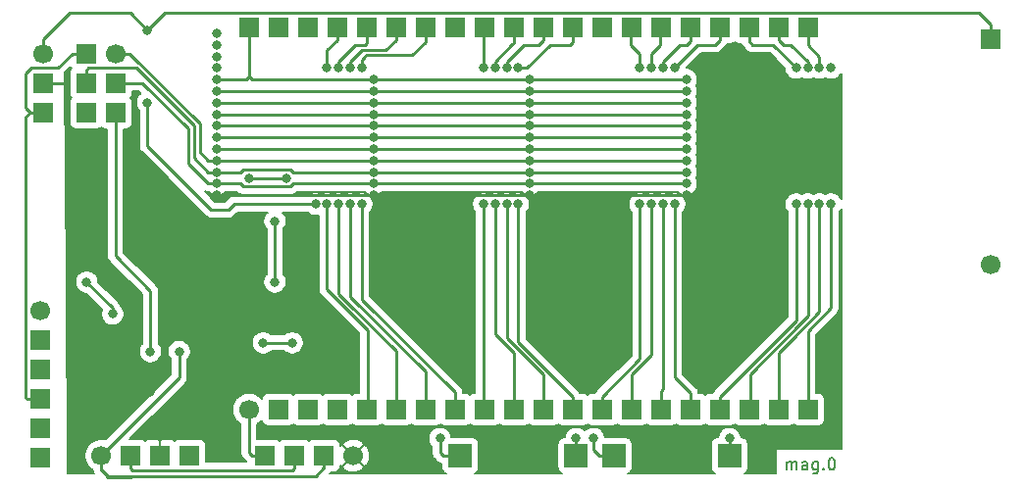
<source format=gbr>
G04 #@! TF.GenerationSoftware,KiCad,Pcbnew,(5.1.2-1)-1*
G04 #@! TF.CreationDate,2019-06-04T19:14:02+03:00*
G04 #@! TF.ProjectId,mag,6d61672e-6b69-4636-9164-5f7063625858,rev?*
G04 #@! TF.SameCoordinates,Original*
G04 #@! TF.FileFunction,Copper,L1,Top*
G04 #@! TF.FilePolarity,Positive*
%FSLAX46Y46*%
G04 Gerber Fmt 4.6, Leading zero omitted, Abs format (unit mm)*
G04 Created by KiCad (PCBNEW (5.1.2-1)-1) date 2019-06-04 19:14:02*
%MOMM*%
%LPD*%
G04 APERTURE LIST*
%ADD10C,0.200000*%
%ADD11C,1.700000*%
%ADD12R,1.700000X1.700000*%
%ADD13R,2.000000X2.000000*%
%ADD14C,0.800000*%
%ADD15C,0.250000*%
G04 APERTURE END LIST*
D10*
X164202380Y-80202380D02*
X164202380Y-79535714D01*
X164202380Y-79630952D02*
X164250000Y-79583333D01*
X164345238Y-79535714D01*
X164488095Y-79535714D01*
X164583333Y-79583333D01*
X164630952Y-79678571D01*
X164630952Y-80202380D01*
X164630952Y-79678571D02*
X164678571Y-79583333D01*
X164773809Y-79535714D01*
X164916666Y-79535714D01*
X165011904Y-79583333D01*
X165059523Y-79678571D01*
X165059523Y-80202380D01*
X165964285Y-80202380D02*
X165964285Y-79678571D01*
X165916666Y-79583333D01*
X165821428Y-79535714D01*
X165630952Y-79535714D01*
X165535714Y-79583333D01*
X165964285Y-80154761D02*
X165869047Y-80202380D01*
X165630952Y-80202380D01*
X165535714Y-80154761D01*
X165488095Y-80059523D01*
X165488095Y-79964285D01*
X165535714Y-79869047D01*
X165630952Y-79821428D01*
X165869047Y-79821428D01*
X165964285Y-79773809D01*
X166869047Y-79535714D02*
X166869047Y-80345238D01*
X166821428Y-80440476D01*
X166773809Y-80488095D01*
X166678571Y-80535714D01*
X166535714Y-80535714D01*
X166440476Y-80488095D01*
X166869047Y-80154761D02*
X166773809Y-80202380D01*
X166583333Y-80202380D01*
X166488095Y-80154761D01*
X166440476Y-80107142D01*
X166392857Y-80011904D01*
X166392857Y-79726190D01*
X166440476Y-79630952D01*
X166488095Y-79583333D01*
X166583333Y-79535714D01*
X166773809Y-79535714D01*
X166869047Y-79583333D01*
X167345238Y-80107142D02*
X167392857Y-80154761D01*
X167345238Y-80202380D01*
X167297619Y-80154761D01*
X167345238Y-80107142D01*
X167345238Y-80202380D01*
X168011904Y-79202380D02*
X168107142Y-79202380D01*
X168202380Y-79250000D01*
X168250000Y-79297619D01*
X168297619Y-79392857D01*
X168345238Y-79583333D01*
X168345238Y-79821428D01*
X168297619Y-80011904D01*
X168250000Y-80107142D01*
X168202380Y-80154761D01*
X168107142Y-80202380D01*
X168011904Y-80202380D01*
X167916666Y-80154761D01*
X167869047Y-80107142D01*
X167821428Y-80011904D01*
X167773809Y-79821428D01*
X167773809Y-79583333D01*
X167821428Y-79392857D01*
X167869047Y-79297619D01*
X167916666Y-79250000D01*
X168011904Y-79202380D01*
D11*
X117750000Y-75000000D03*
D12*
X120290000Y-75000000D03*
X122830000Y-75000000D03*
X125370000Y-75000000D03*
X127910000Y-75000000D03*
X130450000Y-75000000D03*
X132990000Y-75000000D03*
X135530000Y-75000000D03*
X138070000Y-75000000D03*
X140610000Y-75000000D03*
X143150000Y-75000000D03*
X145690000Y-75000000D03*
X148230000Y-75000000D03*
X150770000Y-75000000D03*
X153310000Y-75000000D03*
X155850000Y-75000000D03*
X158390000Y-75000000D03*
X160930000Y-75000000D03*
X163470000Y-75000000D03*
X166010000Y-75000000D03*
X117750000Y-41980000D03*
X120290000Y-41980000D03*
X122830000Y-41980000D03*
X125370000Y-41980000D03*
X127910000Y-41980000D03*
X130450000Y-41980000D03*
X132990000Y-41980000D03*
X135530000Y-41980000D03*
X138070000Y-41980000D03*
X140610000Y-41980000D03*
X143150000Y-41980000D03*
X145690000Y-41980000D03*
X148230000Y-41980000D03*
X150770000Y-41980000D03*
X153310000Y-41980000D03*
X155850000Y-41980000D03*
X158390000Y-41980000D03*
X160930000Y-41980000D03*
X163470000Y-41980000D03*
X166010000Y-41980000D03*
X112620000Y-79000000D03*
X110080000Y-79000000D03*
X107540000Y-79000000D03*
D11*
X105000000Y-79000000D03*
D13*
X149250000Y-79000000D03*
X159250000Y-79000000D03*
X146000000Y-79000000D03*
X136000000Y-79000000D03*
D11*
X100000000Y-44250000D03*
D12*
X100000000Y-46790000D03*
X100000000Y-49330000D03*
D11*
X99750000Y-66500000D03*
D12*
X99750000Y-69040000D03*
X99750000Y-71580000D03*
X99750000Y-74120000D03*
X99750000Y-76660000D03*
X99750000Y-79200000D03*
D11*
X106250000Y-44250000D03*
D12*
X106250000Y-46790000D03*
X106250000Y-49330000D03*
X103710000Y-44250000D03*
X103710000Y-46790000D03*
X103710000Y-49330000D03*
X119130000Y-79000000D03*
X121670000Y-79000000D03*
X124210000Y-79000000D03*
D11*
X126750000Y-79000000D03*
X181750000Y-62500000D03*
D12*
X181750000Y-43000000D03*
D14*
X142000000Y-56500000D03*
X128500000Y-56500000D03*
X115000000Y-56500000D03*
X155500000Y-56500000D03*
X117000000Y-59500000D03*
X122737347Y-64012653D03*
X104250000Y-58250000D03*
X102500000Y-54500000D03*
X109250000Y-73500000D03*
X120000000Y-64000000D03*
X120000000Y-58750000D03*
X117750000Y-55000000D03*
X121000000Y-55000000D03*
X142000000Y-46500000D03*
X128500000Y-46500000D03*
X115000000Y-46500000D03*
X155500000Y-46500000D03*
X146000000Y-77500000D03*
X159250000Y-77500000D03*
X103750000Y-64000000D03*
X119000000Y-69250000D03*
X121500000Y-69250000D03*
X106000000Y-66750000D03*
X115000000Y-42500000D03*
X115000000Y-43500000D03*
X115000000Y-44500000D03*
X115000000Y-45500000D03*
X142000000Y-47500000D03*
X128500000Y-47500000D03*
X115000000Y-47500000D03*
X155500000Y-47500000D03*
X142000000Y-48500000D03*
X128500000Y-48500000D03*
X115000000Y-48500000D03*
X155500000Y-48500000D03*
X142000000Y-49500000D03*
X128500000Y-49500000D03*
X115000000Y-49500000D03*
X155500000Y-49500000D03*
X142000000Y-50500000D03*
X128500000Y-50500000D03*
X115000000Y-50500000D03*
X155500000Y-50500000D03*
X142000000Y-51500000D03*
X128500000Y-51500000D03*
X115000000Y-51500000D03*
X155500000Y-51500000D03*
X142000000Y-52500000D03*
X128500000Y-52500000D03*
X115000000Y-52500000D03*
X155500000Y-52500000D03*
X142000000Y-53500000D03*
X128500000Y-53500000D03*
X115000000Y-53500000D03*
X155500000Y-53500000D03*
X155500000Y-54500000D03*
X115000000Y-54500000D03*
X128500000Y-54500000D03*
X142000000Y-54500000D03*
X142000000Y-55500000D03*
X128500000Y-55500000D03*
X115000000Y-55500000D03*
X155500000Y-55500000D03*
X147500000Y-77500000D03*
X134250000Y-77500000D03*
X111750000Y-70000000D03*
X109250000Y-70000000D03*
X124500000Y-57250000D03*
X125500000Y-57250000D03*
X126500000Y-57250000D03*
X127500000Y-57250000D03*
X127500000Y-45500000D03*
X126500000Y-45500000D03*
X125500000Y-45500000D03*
X124500000Y-45500000D03*
X138000000Y-45500000D03*
X139000000Y-45500000D03*
X140000000Y-45500000D03*
X141000000Y-45500000D03*
X141000000Y-57250000D03*
X140000000Y-57250000D03*
X139000000Y-57250000D03*
X138000000Y-57250000D03*
X151500000Y-57250000D03*
X152500000Y-57250000D03*
X153500000Y-57250000D03*
X154500000Y-57250000D03*
X154500000Y-45500000D03*
X153500000Y-45500000D03*
X152500000Y-45500000D03*
X151500000Y-45500000D03*
X165000000Y-45500000D03*
X166000000Y-45500000D03*
X167000000Y-45500000D03*
X168000000Y-45500000D03*
X168000000Y-57250000D03*
X167000000Y-57250000D03*
X166000000Y-57250000D03*
X165000000Y-57250000D03*
X123500000Y-57250000D03*
X109000000Y-42250000D03*
X109000000Y-48500000D03*
D15*
X128500000Y-56500000D02*
X142000000Y-56500000D01*
X142000000Y-56500000D02*
X155500000Y-56500000D01*
X100000000Y-46790000D02*
X101960000Y-46790000D01*
X122250000Y-56500000D02*
X128500000Y-56500000D01*
X122250000Y-56500000D02*
X122500000Y-56500000D01*
X115000000Y-56500000D02*
X122250000Y-56500000D01*
X122500000Y-56500000D02*
X122750000Y-56250000D01*
X115000000Y-46500000D02*
X115565685Y-46500000D01*
X128500000Y-46500000D02*
X142000000Y-46500000D01*
X142565685Y-46500000D02*
X155500000Y-46500000D01*
X142000000Y-46500000D02*
X142565685Y-46500000D01*
X117750000Y-78720000D02*
X117750000Y-76202081D01*
X118030000Y-79000000D02*
X117750000Y-78720000D01*
X119130000Y-79000000D02*
X118030000Y-79000000D01*
X117750000Y-76202081D02*
X117750000Y-75000000D01*
X146000000Y-79000000D02*
X146000000Y-77500000D01*
X159250000Y-79000000D02*
X159250000Y-77500000D01*
X119000000Y-69250000D02*
X121500000Y-69250000D01*
X117750000Y-46250000D02*
X117500000Y-46500000D01*
X115565685Y-46500000D02*
X117500000Y-46500000D01*
X117750000Y-46250000D02*
X118000000Y-46500000D01*
X117750000Y-46000000D02*
X117750000Y-46250000D01*
X118000000Y-46500000D02*
X128500000Y-46500000D01*
X117750000Y-41980000D02*
X117750000Y-46000000D01*
X121000000Y-55000000D02*
X117750000Y-55000000D01*
X120000000Y-64000000D02*
X120000000Y-58750000D01*
X106000000Y-66250000D02*
X106000000Y-66750000D01*
X103750000Y-64000000D02*
X106000000Y-66250000D01*
X115000000Y-47500000D02*
X128500000Y-47500000D01*
X128500000Y-47500000D02*
X142000000Y-47500000D01*
X142000000Y-47500000D02*
X155500000Y-47500000D01*
X155500000Y-48500000D02*
X142000000Y-48500000D01*
X142000000Y-48500000D02*
X128500000Y-48500000D01*
X128500000Y-48500000D02*
X115000000Y-48500000D01*
X115000000Y-49500000D02*
X128500000Y-49500000D01*
X128500000Y-49500000D02*
X142000000Y-49500000D01*
X142000000Y-49500000D02*
X155500000Y-49500000D01*
X155500000Y-50500000D02*
X142000000Y-50500000D01*
X142000000Y-50500000D02*
X128500000Y-50500000D01*
X128500000Y-50500000D02*
X115000000Y-50500000D01*
X115000000Y-51500000D02*
X128500000Y-51500000D01*
X129065685Y-51500000D02*
X142000000Y-51500000D01*
X128500000Y-51500000D02*
X129065685Y-51500000D01*
X142000000Y-51500000D02*
X155500000Y-51500000D01*
X155500000Y-52500000D02*
X142000000Y-52500000D01*
X142000000Y-52500000D02*
X128500000Y-52500000D01*
X115500000Y-52500000D02*
X115000000Y-52500000D01*
X128500000Y-52500000D02*
X115500000Y-52500000D01*
X115565685Y-53500000D02*
X128500000Y-53500000D01*
X115000000Y-53500000D02*
X115565685Y-53500000D01*
X128500000Y-53500000D02*
X142000000Y-53500000D01*
X142565685Y-53500000D02*
X155500000Y-53500000D01*
X142000000Y-53500000D02*
X142565685Y-53500000D01*
X107452081Y-44250000D02*
X113500000Y-50297919D01*
X106250000Y-44250000D02*
X107452081Y-44250000D01*
X113500000Y-50297919D02*
X113500000Y-52750000D01*
X114250000Y-53500000D02*
X115000000Y-53500000D01*
X113500000Y-52750000D02*
X114250000Y-53500000D01*
X142000000Y-54500000D02*
X155500000Y-54500000D01*
X128500000Y-54500000D02*
X142073002Y-54500000D01*
X142073002Y-54500000D02*
X142000000Y-54500000D01*
X121573002Y-54500000D02*
X122000000Y-54500000D01*
X122000000Y-54500000D02*
X128500000Y-54500000D01*
X121323002Y-54250000D02*
X121573002Y-54500000D01*
X117250000Y-54250000D02*
X121323002Y-54250000D01*
X117000000Y-54500000D02*
X117250000Y-54250000D01*
X115000000Y-54500000D02*
X117000000Y-54500000D01*
X114250000Y-54500000D02*
X115000000Y-54500000D01*
X103710000Y-46790000D02*
X103710000Y-45690000D01*
X113000000Y-50500000D02*
X113000000Y-53250000D01*
X103900000Y-45500000D02*
X108000000Y-45500000D01*
X103710000Y-45690000D02*
X103900000Y-45500000D01*
X113000000Y-53250000D02*
X114250000Y-54500000D01*
X108000000Y-45500000D02*
X113000000Y-50500000D01*
X128500000Y-55500000D02*
X142000000Y-55500000D01*
X142000000Y-55500000D02*
X155500000Y-55500000D01*
X121750000Y-55500000D02*
X128500000Y-55500000D01*
X121573002Y-55500000D02*
X121750000Y-55500000D01*
X121323002Y-55750000D02*
X121573002Y-55500000D01*
X117250000Y-55750000D02*
X121323002Y-55750000D01*
X117000000Y-55500000D02*
X117250000Y-55750000D01*
X115000000Y-55500000D02*
X117000000Y-55500000D01*
X112500000Y-53750000D02*
X114250000Y-55500000D01*
X114250000Y-55500000D02*
X115000000Y-55500000D01*
X108540000Y-46790000D02*
X112500000Y-50750000D01*
X112500000Y-50750000D02*
X112500000Y-53750000D01*
X106250000Y-46790000D02*
X108540000Y-46790000D01*
X147500000Y-77500000D02*
X147500000Y-78065685D01*
X147500000Y-78500000D02*
X147500000Y-78065685D01*
X148000000Y-79000000D02*
X147500000Y-78500000D01*
X149250000Y-79000000D02*
X148000000Y-79000000D01*
X134250000Y-77500000D02*
X134250000Y-78750000D01*
X134250000Y-78750000D02*
X134500000Y-79000000D01*
X134500000Y-79000000D02*
X136000000Y-79000000D01*
X105000000Y-80202081D02*
X105000000Y-79000000D01*
X105622909Y-80824990D02*
X107628580Y-80824990D01*
X105000000Y-80202081D02*
X105622909Y-80824990D01*
X105000000Y-80202081D02*
X105547919Y-80750000D01*
X105547919Y-80750000D02*
X123500000Y-80750000D01*
X123500000Y-80750000D02*
X124250000Y-80000000D01*
X124250000Y-80000000D02*
X124250000Y-79000000D01*
X111750000Y-72250000D02*
X111750000Y-70000000D01*
X105000000Y-79000000D02*
X111750000Y-72250000D01*
X107540000Y-79000000D02*
X107540000Y-80100000D01*
X107540000Y-80100000D02*
X107690000Y-80250000D01*
X121500000Y-80250000D02*
X121670000Y-80080000D01*
X114250000Y-80250000D02*
X121500000Y-80250000D01*
X107690000Y-80250000D02*
X114250000Y-80250000D01*
X121670000Y-79250000D02*
X121670000Y-80080000D01*
X106250000Y-61750000D02*
X106250000Y-49330000D01*
X109250000Y-64750000D02*
X106250000Y-61750000D01*
X109250000Y-70000000D02*
X109250000Y-64750000D01*
X124500000Y-57250000D02*
X124500000Y-64636410D01*
X126306795Y-66443205D02*
X127181795Y-67318205D01*
X124500000Y-64636410D02*
X126306795Y-66443205D01*
X126306795Y-66443205D02*
X126500000Y-66636410D01*
X127181795Y-67318205D02*
X128000000Y-68136410D01*
X128000000Y-68136410D02*
X128000000Y-75000000D01*
X130450000Y-75000000D02*
X130450000Y-69950000D01*
X125500000Y-57250000D02*
X125500000Y-65000000D01*
X125500000Y-65000000D02*
X126250000Y-65750000D01*
X126250000Y-65750000D02*
X126000000Y-65500000D01*
X130450000Y-69950000D02*
X126250000Y-65750000D01*
X133000000Y-73890000D02*
X132990000Y-73900000D01*
X133000000Y-71750000D02*
X133000000Y-73890000D01*
X126500000Y-65250000D02*
X133000000Y-71750000D01*
X132990000Y-73900000D02*
X132990000Y-75000000D01*
X126500000Y-57250000D02*
X126500000Y-65250000D01*
X135530000Y-75000000D02*
X135530000Y-73530000D01*
X127500000Y-65500000D02*
X127500000Y-57250000D01*
X135530000Y-73530000D02*
X127500000Y-65500000D01*
X127500000Y-45500000D02*
X127500000Y-44750000D01*
X127500000Y-44750000D02*
X127750000Y-44500000D01*
X127750000Y-44500000D02*
X127849980Y-44400020D01*
X127849980Y-44400020D02*
X131849980Y-44400020D01*
X131849980Y-44400020D02*
X133000000Y-43250000D01*
X133000000Y-43250000D02*
X133000000Y-42000000D01*
X129579990Y-43950010D02*
X130450000Y-43080000D01*
X130450000Y-43080000D02*
X130450000Y-41980000D01*
X127484305Y-43950010D02*
X129579990Y-43950010D01*
X126500000Y-44934315D02*
X127484305Y-43950010D01*
X126500000Y-45500000D02*
X126500000Y-44934315D01*
X127910000Y-43340000D02*
X127750000Y-43500000D01*
X127910000Y-41980000D02*
X127910000Y-43340000D01*
X126934315Y-43500000D02*
X127250000Y-43500000D01*
X125500000Y-44934315D02*
X126934315Y-43500000D01*
X125500000Y-45500000D02*
X125500000Y-44934315D01*
X127250000Y-43500000D02*
X127750000Y-43500000D01*
X124500000Y-45500000D02*
X124500000Y-44250000D01*
X124500000Y-43950000D02*
X124500000Y-44250000D01*
X125370000Y-43080000D02*
X124500000Y-43950000D01*
X125370000Y-41980000D02*
X125370000Y-43080000D01*
X138070000Y-45430000D02*
X138000000Y-45500000D01*
X138000000Y-45500000D02*
X138000000Y-44934315D01*
X138000000Y-44934315D02*
X138000000Y-42000000D01*
X139000000Y-45500000D02*
X139000000Y-44934315D01*
X140610000Y-41980000D02*
X140610000Y-43324316D01*
X140467158Y-43467158D02*
X140500000Y-43434315D01*
X140610000Y-43324316D02*
X140467158Y-43467158D01*
X139000000Y-44934315D02*
X140467158Y-43467158D01*
X140000000Y-45000000D02*
X140000000Y-45500000D01*
X141500000Y-43500000D02*
X140000000Y-45000000D01*
X142750000Y-43500000D02*
X141500000Y-43500000D01*
X143150000Y-43100000D02*
X142750000Y-43500000D01*
X143150000Y-41980000D02*
X143150000Y-43100000D01*
X141000000Y-45500000D02*
X141750000Y-45500000D01*
X141750000Y-45500000D02*
X143750000Y-43500000D01*
X143750000Y-43500000D02*
X145500000Y-43500000D01*
X145500000Y-43500000D02*
X145750000Y-43250000D01*
X145750000Y-43250000D02*
X145750000Y-42000000D01*
X145690000Y-75000000D02*
X145690000Y-73900000D01*
X141000000Y-69210000D02*
X142770000Y-70980000D01*
X142770000Y-70980000D02*
X142290000Y-70500000D01*
X141000000Y-57250000D02*
X141000000Y-69210000D01*
X145690000Y-73900000D02*
X142770000Y-70980000D01*
X143150000Y-71996410D02*
X143150000Y-72350000D01*
X140000000Y-57250000D02*
X140000000Y-68846410D01*
X140000000Y-68846410D02*
X143150000Y-71996410D01*
X143150000Y-72350000D02*
X143150000Y-72150000D01*
X143150000Y-75000000D02*
X143150000Y-72350000D01*
X140610000Y-75000000D02*
X140610000Y-70110000D01*
X139000000Y-68500000D02*
X140610000Y-70110000D01*
X139000000Y-57250000D02*
X139000000Y-68500000D01*
X138000000Y-57250000D02*
X138000000Y-75000000D01*
X148230000Y-73900000D02*
X151500000Y-70630000D01*
X148230000Y-75000000D02*
X148230000Y-73900000D01*
X151500000Y-70630000D02*
X151500000Y-57250000D01*
X152500000Y-70266410D02*
X152500000Y-57250000D01*
X150770000Y-71996410D02*
X151258205Y-71508205D01*
X150770000Y-75000000D02*
X150770000Y-71996410D01*
X151258205Y-71508205D02*
X152500000Y-70266410D01*
X153310000Y-75000000D02*
X153310000Y-73810000D01*
X153500000Y-72750000D02*
X153500000Y-73250000D01*
X153500000Y-57250000D02*
X153500000Y-72750000D01*
X153310000Y-73440000D02*
X153500000Y-73250000D01*
X153310000Y-75000000D02*
X153310000Y-73440000D01*
X155850000Y-75000000D02*
X155850000Y-73600000D01*
X154500000Y-72250000D02*
X154500000Y-57250000D01*
X155850000Y-73600000D02*
X154500000Y-72250000D01*
X158390000Y-43110000D02*
X158390000Y-41980000D01*
X158000000Y-43500000D02*
X158390000Y-43110000D01*
X156500000Y-43500000D02*
X158000000Y-43500000D01*
X154500000Y-45500000D02*
X156500000Y-43500000D01*
X153500000Y-44934315D02*
X154934315Y-43500000D01*
X153500000Y-45500000D02*
X153500000Y-44934315D01*
X154934315Y-43500000D02*
X155500000Y-43500000D01*
X155500000Y-43500000D02*
X155750000Y-43250000D01*
X155850000Y-43150000D02*
X155500000Y-43500000D01*
X155850000Y-41980000D02*
X155850000Y-43150000D01*
X153250000Y-43500000D02*
X153250000Y-42000000D01*
X152500000Y-44250000D02*
X153250000Y-43500000D01*
X152500000Y-45500000D02*
X152500000Y-44250000D01*
X151500000Y-45500000D02*
X151500000Y-44250000D01*
X151500000Y-44250000D02*
X150750000Y-43500000D01*
X150750000Y-43500000D02*
X150750000Y-42250000D01*
X163000000Y-43500000D02*
X165000000Y-45500000D01*
X161250000Y-43500000D02*
X163000000Y-43500000D01*
X160930000Y-43180000D02*
X161250000Y-43500000D01*
X160930000Y-41980000D02*
X160930000Y-43180000D01*
X166000000Y-45500000D02*
X166000000Y-45000000D01*
X163470000Y-41980000D02*
X163470000Y-43080000D01*
X163890000Y-43500000D02*
X164500000Y-43500000D01*
X163470000Y-43080000D02*
X163890000Y-43500000D01*
X166000000Y-45000000D02*
X164500000Y-43500000D01*
X167000000Y-45500000D02*
X167000000Y-44934315D01*
X167000000Y-44934315D02*
X167000000Y-44500000D01*
X167000000Y-44500000D02*
X166000000Y-43500000D01*
X166000000Y-43500000D02*
X166000000Y-42000000D01*
X168000000Y-57250000D02*
X168000000Y-66250000D01*
X168000000Y-66250000D02*
X166000000Y-68250000D01*
X166000000Y-68250000D02*
X166000000Y-75000000D01*
X167000000Y-57250000D02*
X167000000Y-66562820D01*
X163470000Y-75000000D02*
X163470000Y-70092820D01*
X164656410Y-68906410D02*
X164250000Y-69312820D01*
X163470000Y-70092820D02*
X164656410Y-68906410D01*
X167000000Y-66562820D02*
X164656410Y-68906410D01*
X166000000Y-66926410D02*
X165450009Y-67476401D01*
X166000000Y-57250000D02*
X166000000Y-66926410D01*
X165450009Y-67476401D02*
X161000000Y-71926410D01*
X161000000Y-71926410D02*
X161000000Y-75000000D01*
X158390000Y-73900000D02*
X165000000Y-67290000D01*
X158390000Y-75000000D02*
X158390000Y-73900000D01*
X165000000Y-67290000D02*
X165000000Y-57250000D01*
X181750000Y-41750000D02*
X181750000Y-43000000D01*
X180750000Y-40750000D02*
X181750000Y-41750000D01*
X109000000Y-42250000D02*
X110500000Y-40750000D01*
X110500000Y-40750000D02*
X180750000Y-40750000D01*
X100000000Y-43047919D02*
X100000000Y-44250000D01*
X102297919Y-40750000D02*
X100000000Y-43047919D01*
X107500000Y-40750000D02*
X102297919Y-40750000D01*
X109000000Y-42250000D02*
X107500000Y-40750000D01*
X116500000Y-57250000D02*
X123500000Y-57250000D01*
X116000000Y-57750000D02*
X116500000Y-57250000D01*
X114500000Y-57750000D02*
X116000000Y-57750000D01*
X109000000Y-52250000D02*
X114500000Y-57750000D01*
X109000000Y-48500000D02*
X109000000Y-52250000D01*
X98900000Y-49330000D02*
X98500000Y-48930000D01*
X100000000Y-49330000D02*
X98900000Y-49330000D01*
X98500000Y-46004998D02*
X99004998Y-45500000D01*
X98500000Y-48930000D02*
X98500000Y-46004998D01*
X99004998Y-45500000D02*
X100250000Y-45500000D01*
X100250000Y-45500000D02*
X101250000Y-45500000D01*
X101250000Y-45500000D02*
X102500000Y-44250000D01*
X102500000Y-44250000D02*
X103750000Y-44250000D01*
X98500000Y-49730000D02*
X98900000Y-49330000D01*
X98650000Y-74120000D02*
X98500000Y-73970000D01*
X98500000Y-73970000D02*
X98500000Y-49730000D01*
X99750000Y-74120000D02*
X98650000Y-74120000D01*
D10*
G36*
X168900000Y-78380000D02*
G01*
X163264286Y-78380000D01*
X163264286Y-80550000D01*
X160493836Y-80550000D01*
X160584955Y-80501296D01*
X160676317Y-80426317D01*
X160751296Y-80334955D01*
X160807010Y-80230721D01*
X160841318Y-80117621D01*
X160852903Y-80000000D01*
X160852903Y-78000000D01*
X160841318Y-77882379D01*
X160807010Y-77769279D01*
X160751296Y-77665045D01*
X160676317Y-77573683D01*
X160584955Y-77498704D01*
X160480721Y-77442990D01*
X160367621Y-77408682D01*
X160250000Y-77397097D01*
X160249122Y-77397097D01*
X160211571Y-77208311D01*
X160136189Y-77026322D01*
X160026751Y-76862537D01*
X159887463Y-76723249D01*
X159723678Y-76613811D01*
X159541689Y-76538429D01*
X159348491Y-76500000D01*
X159151509Y-76500000D01*
X158958311Y-76538429D01*
X158776322Y-76613811D01*
X158612537Y-76723249D01*
X158473249Y-76862537D01*
X158363811Y-77026322D01*
X158288429Y-77208311D01*
X158250878Y-77397097D01*
X158250000Y-77397097D01*
X158132379Y-77408682D01*
X158019279Y-77442990D01*
X157915045Y-77498704D01*
X157823683Y-77573683D01*
X157748704Y-77665045D01*
X157692990Y-77769279D01*
X157658682Y-77882379D01*
X157647097Y-78000000D01*
X157647097Y-80000000D01*
X157658682Y-80117621D01*
X157692990Y-80230721D01*
X157748704Y-80334955D01*
X157823683Y-80426317D01*
X157915045Y-80501296D01*
X158006164Y-80550000D01*
X150493836Y-80550000D01*
X150584955Y-80501296D01*
X150676317Y-80426317D01*
X150751296Y-80334955D01*
X150807010Y-80230721D01*
X150841318Y-80117621D01*
X150852903Y-80000000D01*
X150852903Y-78000000D01*
X150841318Y-77882379D01*
X150807010Y-77769279D01*
X150751296Y-77665045D01*
X150676317Y-77573683D01*
X150584955Y-77498704D01*
X150480721Y-77442990D01*
X150367621Y-77408682D01*
X150250000Y-77397097D01*
X148499122Y-77397097D01*
X148461571Y-77208311D01*
X148386189Y-77026322D01*
X148276751Y-76862537D01*
X148137463Y-76723249D01*
X147973678Y-76613811D01*
X147791689Y-76538429D01*
X147598491Y-76500000D01*
X147401509Y-76500000D01*
X147208311Y-76538429D01*
X147026322Y-76613811D01*
X146862537Y-76723249D01*
X146750000Y-76835786D01*
X146637463Y-76723249D01*
X146473678Y-76613811D01*
X146291689Y-76538429D01*
X146098491Y-76500000D01*
X145901509Y-76500000D01*
X145708311Y-76538429D01*
X145526322Y-76613811D01*
X145362537Y-76723249D01*
X145223249Y-76862537D01*
X145113811Y-77026322D01*
X145038429Y-77208311D01*
X145000878Y-77397097D01*
X145000000Y-77397097D01*
X144882379Y-77408682D01*
X144769279Y-77442990D01*
X144665045Y-77498704D01*
X144573683Y-77573683D01*
X144498704Y-77665045D01*
X144442990Y-77769279D01*
X144408682Y-77882379D01*
X144397097Y-78000000D01*
X144397097Y-80000000D01*
X144408682Y-80117621D01*
X144442990Y-80230721D01*
X144498704Y-80334955D01*
X144573683Y-80426317D01*
X144665045Y-80501296D01*
X144756164Y-80550000D01*
X137243836Y-80550000D01*
X137334955Y-80501296D01*
X137426317Y-80426317D01*
X137501296Y-80334955D01*
X137557010Y-80230721D01*
X137591318Y-80117621D01*
X137602903Y-80000000D01*
X137602903Y-78000000D01*
X137591318Y-77882379D01*
X137557010Y-77769279D01*
X137501296Y-77665045D01*
X137426317Y-77573683D01*
X137334955Y-77498704D01*
X137230721Y-77442990D01*
X137117621Y-77408682D01*
X137000000Y-77397097D01*
X135249122Y-77397097D01*
X135211571Y-77208311D01*
X135136189Y-77026322D01*
X135026751Y-76862537D01*
X134887463Y-76723249D01*
X134723678Y-76613811D01*
X134541689Y-76538429D01*
X134348491Y-76500000D01*
X134151509Y-76500000D01*
X133958311Y-76538429D01*
X133776322Y-76613811D01*
X133612537Y-76723249D01*
X133473249Y-76862537D01*
X133363811Y-77026322D01*
X133288429Y-77208311D01*
X133250000Y-77401509D01*
X133250000Y-77598491D01*
X133288429Y-77791689D01*
X133363811Y-77973678D01*
X133473249Y-78137463D01*
X133525001Y-78189215D01*
X133525001Y-78714393D01*
X133521494Y-78750000D01*
X133525001Y-78785607D01*
X133535492Y-78892125D01*
X133539318Y-78904737D01*
X133576947Y-79028787D01*
X133644269Y-79154736D01*
X133712170Y-79237474D01*
X133712173Y-79237477D01*
X133734869Y-79265132D01*
X133762524Y-79287828D01*
X133962168Y-79487472D01*
X133984868Y-79515132D01*
X134095263Y-79605731D01*
X134221212Y-79673053D01*
X134357875Y-79714509D01*
X134397097Y-79718372D01*
X134397097Y-80000000D01*
X134408682Y-80117621D01*
X134442990Y-80230721D01*
X134498704Y-80334955D01*
X134573683Y-80426317D01*
X134665045Y-80501296D01*
X134756164Y-80550000D01*
X124725305Y-80550000D01*
X124737482Y-80537823D01*
X124765131Y-80515132D01*
X124787823Y-80487482D01*
X124787830Y-80487475D01*
X124816202Y-80452903D01*
X125060000Y-80452903D01*
X125177621Y-80441318D01*
X125290721Y-80407010D01*
X125394955Y-80351296D01*
X125486317Y-80276317D01*
X125561296Y-80184955D01*
X125617010Y-80080721D01*
X125651318Y-79967621D01*
X125653870Y-79941709D01*
X125843647Y-79941709D01*
X125913939Y-80193272D01*
X126162799Y-80333451D01*
X126434224Y-80422386D01*
X126717786Y-80456660D01*
X127002586Y-80434956D01*
X127277678Y-80358106D01*
X127532492Y-80229065D01*
X127586061Y-80193272D01*
X127656353Y-79941709D01*
X126750000Y-79035355D01*
X125843647Y-79941709D01*
X125653870Y-79941709D01*
X125661395Y-79865307D01*
X125808291Y-79906353D01*
X126714645Y-79000000D01*
X126785355Y-79000000D01*
X127691709Y-79906353D01*
X127943272Y-79836061D01*
X128083451Y-79587201D01*
X128172386Y-79315776D01*
X128206660Y-79032214D01*
X128184956Y-78747414D01*
X128108106Y-78472322D01*
X127979065Y-78217508D01*
X127943272Y-78163939D01*
X127691709Y-78093647D01*
X126785355Y-79000000D01*
X126714645Y-79000000D01*
X125808291Y-78093647D01*
X125661395Y-78134693D01*
X125653871Y-78058291D01*
X125843647Y-78058291D01*
X126750000Y-78964645D01*
X127656353Y-78058291D01*
X127586061Y-77806728D01*
X127337201Y-77666549D01*
X127065776Y-77577614D01*
X126782214Y-77543340D01*
X126497414Y-77565044D01*
X126222322Y-77641894D01*
X125967508Y-77770935D01*
X125913939Y-77806728D01*
X125843647Y-78058291D01*
X125653871Y-78058291D01*
X125651318Y-78032379D01*
X125617010Y-77919279D01*
X125561296Y-77815045D01*
X125486317Y-77723683D01*
X125394955Y-77648704D01*
X125290721Y-77592990D01*
X125177621Y-77558682D01*
X125060000Y-77547097D01*
X123360000Y-77547097D01*
X123242379Y-77558682D01*
X123129279Y-77592990D01*
X123025045Y-77648704D01*
X122940000Y-77718499D01*
X122854955Y-77648704D01*
X122750721Y-77592990D01*
X122637621Y-77558682D01*
X122520000Y-77547097D01*
X120820000Y-77547097D01*
X120702379Y-77558682D01*
X120589279Y-77592990D01*
X120485045Y-77648704D01*
X120400000Y-77718499D01*
X120314955Y-77648704D01*
X120210721Y-77592990D01*
X120097621Y-77558682D01*
X119980000Y-77547097D01*
X118475000Y-77547097D01*
X118475000Y-76259471D01*
X118674321Y-76126289D01*
X118847275Y-75953335D01*
X118848682Y-75967621D01*
X118882990Y-76080721D01*
X118938704Y-76184955D01*
X119013683Y-76276317D01*
X119105045Y-76351296D01*
X119209279Y-76407010D01*
X119322379Y-76441318D01*
X119440000Y-76452903D01*
X121140000Y-76452903D01*
X121257621Y-76441318D01*
X121370721Y-76407010D01*
X121474955Y-76351296D01*
X121560000Y-76281501D01*
X121645045Y-76351296D01*
X121749279Y-76407010D01*
X121862379Y-76441318D01*
X121980000Y-76452903D01*
X123680000Y-76452903D01*
X123797621Y-76441318D01*
X123910721Y-76407010D01*
X124014955Y-76351296D01*
X124100000Y-76281501D01*
X124185045Y-76351296D01*
X124289279Y-76407010D01*
X124402379Y-76441318D01*
X124520000Y-76452903D01*
X126220000Y-76452903D01*
X126337621Y-76441318D01*
X126450721Y-76407010D01*
X126554955Y-76351296D01*
X126640000Y-76281501D01*
X126725045Y-76351296D01*
X126829279Y-76407010D01*
X126942379Y-76441318D01*
X127060000Y-76452903D01*
X128760000Y-76452903D01*
X128877621Y-76441318D01*
X128990721Y-76407010D01*
X129094955Y-76351296D01*
X129180000Y-76281501D01*
X129265045Y-76351296D01*
X129369279Y-76407010D01*
X129482379Y-76441318D01*
X129600000Y-76452903D01*
X131300000Y-76452903D01*
X131417621Y-76441318D01*
X131530721Y-76407010D01*
X131634955Y-76351296D01*
X131720000Y-76281501D01*
X131805045Y-76351296D01*
X131909279Y-76407010D01*
X132022379Y-76441318D01*
X132140000Y-76452903D01*
X133840000Y-76452903D01*
X133957621Y-76441318D01*
X134070721Y-76407010D01*
X134174955Y-76351296D01*
X134260000Y-76281501D01*
X134345045Y-76351296D01*
X134449279Y-76407010D01*
X134562379Y-76441318D01*
X134680000Y-76452903D01*
X136380000Y-76452903D01*
X136497621Y-76441318D01*
X136610721Y-76407010D01*
X136714955Y-76351296D01*
X136800000Y-76281501D01*
X136885045Y-76351296D01*
X136989279Y-76407010D01*
X137102379Y-76441318D01*
X137220000Y-76452903D01*
X138920000Y-76452903D01*
X139037621Y-76441318D01*
X139150721Y-76407010D01*
X139254955Y-76351296D01*
X139340000Y-76281501D01*
X139425045Y-76351296D01*
X139529279Y-76407010D01*
X139642379Y-76441318D01*
X139760000Y-76452903D01*
X141460000Y-76452903D01*
X141577621Y-76441318D01*
X141690721Y-76407010D01*
X141794955Y-76351296D01*
X141880000Y-76281501D01*
X141965045Y-76351296D01*
X142069279Y-76407010D01*
X142182379Y-76441318D01*
X142300000Y-76452903D01*
X144000000Y-76452903D01*
X144117621Y-76441318D01*
X144230721Y-76407010D01*
X144334955Y-76351296D01*
X144420000Y-76281501D01*
X144505045Y-76351296D01*
X144609279Y-76407010D01*
X144722379Y-76441318D01*
X144840000Y-76452903D01*
X146540000Y-76452903D01*
X146657621Y-76441318D01*
X146770721Y-76407010D01*
X146874955Y-76351296D01*
X146960000Y-76281501D01*
X147045045Y-76351296D01*
X147149279Y-76407010D01*
X147262379Y-76441318D01*
X147380000Y-76452903D01*
X149080000Y-76452903D01*
X149197621Y-76441318D01*
X149310721Y-76407010D01*
X149414955Y-76351296D01*
X149500000Y-76281501D01*
X149585045Y-76351296D01*
X149689279Y-76407010D01*
X149802379Y-76441318D01*
X149920000Y-76452903D01*
X151620000Y-76452903D01*
X151737621Y-76441318D01*
X151850721Y-76407010D01*
X151954955Y-76351296D01*
X152040000Y-76281501D01*
X152125045Y-76351296D01*
X152229279Y-76407010D01*
X152342379Y-76441318D01*
X152460000Y-76452903D01*
X154160000Y-76452903D01*
X154277621Y-76441318D01*
X154390721Y-76407010D01*
X154494955Y-76351296D01*
X154580000Y-76281501D01*
X154665045Y-76351296D01*
X154769279Y-76407010D01*
X154882379Y-76441318D01*
X155000000Y-76452903D01*
X156700000Y-76452903D01*
X156817621Y-76441318D01*
X156930721Y-76407010D01*
X157034955Y-76351296D01*
X157120000Y-76281501D01*
X157205045Y-76351296D01*
X157309279Y-76407010D01*
X157422379Y-76441318D01*
X157540000Y-76452903D01*
X159240000Y-76452903D01*
X159357621Y-76441318D01*
X159470721Y-76407010D01*
X159574955Y-76351296D01*
X159660000Y-76281501D01*
X159745045Y-76351296D01*
X159849279Y-76407010D01*
X159962379Y-76441318D01*
X160080000Y-76452903D01*
X161780000Y-76452903D01*
X161897621Y-76441318D01*
X162010721Y-76407010D01*
X162114955Y-76351296D01*
X162200000Y-76281501D01*
X162285045Y-76351296D01*
X162389279Y-76407010D01*
X162502379Y-76441318D01*
X162620000Y-76452903D01*
X164320000Y-76452903D01*
X164437621Y-76441318D01*
X164550721Y-76407010D01*
X164654955Y-76351296D01*
X164740000Y-76281501D01*
X164825045Y-76351296D01*
X164929279Y-76407010D01*
X165042379Y-76441318D01*
X165160000Y-76452903D01*
X166860000Y-76452903D01*
X166977621Y-76441318D01*
X167090721Y-76407010D01*
X167194955Y-76351296D01*
X167286317Y-76276317D01*
X167361296Y-76184955D01*
X167417010Y-76080721D01*
X167451318Y-75967621D01*
X167462903Y-75850000D01*
X167462903Y-74150000D01*
X167451318Y-74032379D01*
X167417010Y-73919279D01*
X167361296Y-73815045D01*
X167286317Y-73723683D01*
X167194955Y-73648704D01*
X167090721Y-73592990D01*
X166977621Y-73558682D01*
X166860000Y-73547097D01*
X166725000Y-73547097D01*
X166725000Y-68550304D01*
X168487477Y-66787828D01*
X168515132Y-66765132D01*
X168550537Y-66721992D01*
X168605731Y-66654737D01*
X168673053Y-66528788D01*
X168683519Y-66494285D01*
X168714509Y-66392125D01*
X168725000Y-66285607D01*
X168725000Y-66285598D01*
X168728506Y-66250001D01*
X168725000Y-66214404D01*
X168725000Y-57939214D01*
X168776751Y-57887463D01*
X168886189Y-57723678D01*
X168900000Y-57690335D01*
X168900000Y-78380000D01*
X168900000Y-78380000D01*
G37*
X168900000Y-78380000D02*
X163264286Y-78380000D01*
X163264286Y-80550000D01*
X160493836Y-80550000D01*
X160584955Y-80501296D01*
X160676317Y-80426317D01*
X160751296Y-80334955D01*
X160807010Y-80230721D01*
X160841318Y-80117621D01*
X160852903Y-80000000D01*
X160852903Y-78000000D01*
X160841318Y-77882379D01*
X160807010Y-77769279D01*
X160751296Y-77665045D01*
X160676317Y-77573683D01*
X160584955Y-77498704D01*
X160480721Y-77442990D01*
X160367621Y-77408682D01*
X160250000Y-77397097D01*
X160249122Y-77397097D01*
X160211571Y-77208311D01*
X160136189Y-77026322D01*
X160026751Y-76862537D01*
X159887463Y-76723249D01*
X159723678Y-76613811D01*
X159541689Y-76538429D01*
X159348491Y-76500000D01*
X159151509Y-76500000D01*
X158958311Y-76538429D01*
X158776322Y-76613811D01*
X158612537Y-76723249D01*
X158473249Y-76862537D01*
X158363811Y-77026322D01*
X158288429Y-77208311D01*
X158250878Y-77397097D01*
X158250000Y-77397097D01*
X158132379Y-77408682D01*
X158019279Y-77442990D01*
X157915045Y-77498704D01*
X157823683Y-77573683D01*
X157748704Y-77665045D01*
X157692990Y-77769279D01*
X157658682Y-77882379D01*
X157647097Y-78000000D01*
X157647097Y-80000000D01*
X157658682Y-80117621D01*
X157692990Y-80230721D01*
X157748704Y-80334955D01*
X157823683Y-80426317D01*
X157915045Y-80501296D01*
X158006164Y-80550000D01*
X150493836Y-80550000D01*
X150584955Y-80501296D01*
X150676317Y-80426317D01*
X150751296Y-80334955D01*
X150807010Y-80230721D01*
X150841318Y-80117621D01*
X150852903Y-80000000D01*
X150852903Y-78000000D01*
X150841318Y-77882379D01*
X150807010Y-77769279D01*
X150751296Y-77665045D01*
X150676317Y-77573683D01*
X150584955Y-77498704D01*
X150480721Y-77442990D01*
X150367621Y-77408682D01*
X150250000Y-77397097D01*
X148499122Y-77397097D01*
X148461571Y-77208311D01*
X148386189Y-77026322D01*
X148276751Y-76862537D01*
X148137463Y-76723249D01*
X147973678Y-76613811D01*
X147791689Y-76538429D01*
X147598491Y-76500000D01*
X147401509Y-76500000D01*
X147208311Y-76538429D01*
X147026322Y-76613811D01*
X146862537Y-76723249D01*
X146750000Y-76835786D01*
X146637463Y-76723249D01*
X146473678Y-76613811D01*
X146291689Y-76538429D01*
X146098491Y-76500000D01*
X145901509Y-76500000D01*
X145708311Y-76538429D01*
X145526322Y-76613811D01*
X145362537Y-76723249D01*
X145223249Y-76862537D01*
X145113811Y-77026322D01*
X145038429Y-77208311D01*
X145000878Y-77397097D01*
X145000000Y-77397097D01*
X144882379Y-77408682D01*
X144769279Y-77442990D01*
X144665045Y-77498704D01*
X144573683Y-77573683D01*
X144498704Y-77665045D01*
X144442990Y-77769279D01*
X144408682Y-77882379D01*
X144397097Y-78000000D01*
X144397097Y-80000000D01*
X144408682Y-80117621D01*
X144442990Y-80230721D01*
X144498704Y-80334955D01*
X144573683Y-80426317D01*
X144665045Y-80501296D01*
X144756164Y-80550000D01*
X137243836Y-80550000D01*
X137334955Y-80501296D01*
X137426317Y-80426317D01*
X137501296Y-80334955D01*
X137557010Y-80230721D01*
X137591318Y-80117621D01*
X137602903Y-80000000D01*
X137602903Y-78000000D01*
X137591318Y-77882379D01*
X137557010Y-77769279D01*
X137501296Y-77665045D01*
X137426317Y-77573683D01*
X137334955Y-77498704D01*
X137230721Y-77442990D01*
X137117621Y-77408682D01*
X137000000Y-77397097D01*
X135249122Y-77397097D01*
X135211571Y-77208311D01*
X135136189Y-77026322D01*
X135026751Y-76862537D01*
X134887463Y-76723249D01*
X134723678Y-76613811D01*
X134541689Y-76538429D01*
X134348491Y-76500000D01*
X134151509Y-76500000D01*
X133958311Y-76538429D01*
X133776322Y-76613811D01*
X133612537Y-76723249D01*
X133473249Y-76862537D01*
X133363811Y-77026322D01*
X133288429Y-77208311D01*
X133250000Y-77401509D01*
X133250000Y-77598491D01*
X133288429Y-77791689D01*
X133363811Y-77973678D01*
X133473249Y-78137463D01*
X133525001Y-78189215D01*
X133525001Y-78714393D01*
X133521494Y-78750000D01*
X133525001Y-78785607D01*
X133535492Y-78892125D01*
X133539318Y-78904737D01*
X133576947Y-79028787D01*
X133644269Y-79154736D01*
X133712170Y-79237474D01*
X133712173Y-79237477D01*
X133734869Y-79265132D01*
X133762524Y-79287828D01*
X133962168Y-79487472D01*
X133984868Y-79515132D01*
X134095263Y-79605731D01*
X134221212Y-79673053D01*
X134357875Y-79714509D01*
X134397097Y-79718372D01*
X134397097Y-80000000D01*
X134408682Y-80117621D01*
X134442990Y-80230721D01*
X134498704Y-80334955D01*
X134573683Y-80426317D01*
X134665045Y-80501296D01*
X134756164Y-80550000D01*
X124725305Y-80550000D01*
X124737482Y-80537823D01*
X124765131Y-80515132D01*
X124787823Y-80487482D01*
X124787830Y-80487475D01*
X124816202Y-80452903D01*
X125060000Y-80452903D01*
X125177621Y-80441318D01*
X125290721Y-80407010D01*
X125394955Y-80351296D01*
X125486317Y-80276317D01*
X125561296Y-80184955D01*
X125617010Y-80080721D01*
X125651318Y-79967621D01*
X125653870Y-79941709D01*
X125843647Y-79941709D01*
X125913939Y-80193272D01*
X126162799Y-80333451D01*
X126434224Y-80422386D01*
X126717786Y-80456660D01*
X127002586Y-80434956D01*
X127277678Y-80358106D01*
X127532492Y-80229065D01*
X127586061Y-80193272D01*
X127656353Y-79941709D01*
X126750000Y-79035355D01*
X125843647Y-79941709D01*
X125653870Y-79941709D01*
X125661395Y-79865307D01*
X125808291Y-79906353D01*
X126714645Y-79000000D01*
X126785355Y-79000000D01*
X127691709Y-79906353D01*
X127943272Y-79836061D01*
X128083451Y-79587201D01*
X128172386Y-79315776D01*
X128206660Y-79032214D01*
X128184956Y-78747414D01*
X128108106Y-78472322D01*
X127979065Y-78217508D01*
X127943272Y-78163939D01*
X127691709Y-78093647D01*
X126785355Y-79000000D01*
X126714645Y-79000000D01*
X125808291Y-78093647D01*
X125661395Y-78134693D01*
X125653871Y-78058291D01*
X125843647Y-78058291D01*
X126750000Y-78964645D01*
X127656353Y-78058291D01*
X127586061Y-77806728D01*
X127337201Y-77666549D01*
X127065776Y-77577614D01*
X126782214Y-77543340D01*
X126497414Y-77565044D01*
X126222322Y-77641894D01*
X125967508Y-77770935D01*
X125913939Y-77806728D01*
X125843647Y-78058291D01*
X125653871Y-78058291D01*
X125651318Y-78032379D01*
X125617010Y-77919279D01*
X125561296Y-77815045D01*
X125486317Y-77723683D01*
X125394955Y-77648704D01*
X125290721Y-77592990D01*
X125177621Y-77558682D01*
X125060000Y-77547097D01*
X123360000Y-77547097D01*
X123242379Y-77558682D01*
X123129279Y-77592990D01*
X123025045Y-77648704D01*
X122940000Y-77718499D01*
X122854955Y-77648704D01*
X122750721Y-77592990D01*
X122637621Y-77558682D01*
X122520000Y-77547097D01*
X120820000Y-77547097D01*
X120702379Y-77558682D01*
X120589279Y-77592990D01*
X120485045Y-77648704D01*
X120400000Y-77718499D01*
X120314955Y-77648704D01*
X120210721Y-77592990D01*
X120097621Y-77558682D01*
X119980000Y-77547097D01*
X118475000Y-77547097D01*
X118475000Y-76259471D01*
X118674321Y-76126289D01*
X118847275Y-75953335D01*
X118848682Y-75967621D01*
X118882990Y-76080721D01*
X118938704Y-76184955D01*
X119013683Y-76276317D01*
X119105045Y-76351296D01*
X119209279Y-76407010D01*
X119322379Y-76441318D01*
X119440000Y-76452903D01*
X121140000Y-76452903D01*
X121257621Y-76441318D01*
X121370721Y-76407010D01*
X121474955Y-76351296D01*
X121560000Y-76281501D01*
X121645045Y-76351296D01*
X121749279Y-76407010D01*
X121862379Y-76441318D01*
X121980000Y-76452903D01*
X123680000Y-76452903D01*
X123797621Y-76441318D01*
X123910721Y-76407010D01*
X124014955Y-76351296D01*
X124100000Y-76281501D01*
X124185045Y-76351296D01*
X124289279Y-76407010D01*
X124402379Y-76441318D01*
X124520000Y-76452903D01*
X126220000Y-76452903D01*
X126337621Y-76441318D01*
X126450721Y-76407010D01*
X126554955Y-76351296D01*
X126640000Y-76281501D01*
X126725045Y-76351296D01*
X126829279Y-76407010D01*
X126942379Y-76441318D01*
X127060000Y-76452903D01*
X128760000Y-76452903D01*
X128877621Y-76441318D01*
X128990721Y-76407010D01*
X129094955Y-76351296D01*
X129180000Y-76281501D01*
X129265045Y-76351296D01*
X129369279Y-76407010D01*
X129482379Y-76441318D01*
X129600000Y-76452903D01*
X131300000Y-76452903D01*
X131417621Y-76441318D01*
X131530721Y-76407010D01*
X131634955Y-76351296D01*
X131720000Y-76281501D01*
X131805045Y-76351296D01*
X131909279Y-76407010D01*
X132022379Y-76441318D01*
X132140000Y-76452903D01*
X133840000Y-76452903D01*
X133957621Y-76441318D01*
X134070721Y-76407010D01*
X134174955Y-76351296D01*
X134260000Y-76281501D01*
X134345045Y-76351296D01*
X134449279Y-76407010D01*
X134562379Y-76441318D01*
X134680000Y-76452903D01*
X136380000Y-76452903D01*
X136497621Y-76441318D01*
X136610721Y-76407010D01*
X136714955Y-76351296D01*
X136800000Y-76281501D01*
X136885045Y-76351296D01*
X136989279Y-76407010D01*
X137102379Y-76441318D01*
X137220000Y-76452903D01*
X138920000Y-76452903D01*
X139037621Y-76441318D01*
X139150721Y-76407010D01*
X139254955Y-76351296D01*
X139340000Y-76281501D01*
X139425045Y-76351296D01*
X139529279Y-76407010D01*
X139642379Y-76441318D01*
X139760000Y-76452903D01*
X141460000Y-76452903D01*
X141577621Y-76441318D01*
X141690721Y-76407010D01*
X141794955Y-76351296D01*
X141880000Y-76281501D01*
X141965045Y-76351296D01*
X142069279Y-76407010D01*
X142182379Y-76441318D01*
X142300000Y-76452903D01*
X144000000Y-76452903D01*
X144117621Y-76441318D01*
X144230721Y-76407010D01*
X144334955Y-76351296D01*
X144420000Y-76281501D01*
X144505045Y-76351296D01*
X144609279Y-76407010D01*
X144722379Y-76441318D01*
X144840000Y-76452903D01*
X146540000Y-76452903D01*
X146657621Y-76441318D01*
X146770721Y-76407010D01*
X146874955Y-76351296D01*
X146960000Y-76281501D01*
X147045045Y-76351296D01*
X147149279Y-76407010D01*
X147262379Y-76441318D01*
X147380000Y-76452903D01*
X149080000Y-76452903D01*
X149197621Y-76441318D01*
X149310721Y-76407010D01*
X149414955Y-76351296D01*
X149500000Y-76281501D01*
X149585045Y-76351296D01*
X149689279Y-76407010D01*
X149802379Y-76441318D01*
X149920000Y-76452903D01*
X151620000Y-76452903D01*
X151737621Y-76441318D01*
X151850721Y-76407010D01*
X151954955Y-76351296D01*
X152040000Y-76281501D01*
X152125045Y-76351296D01*
X152229279Y-76407010D01*
X152342379Y-76441318D01*
X152460000Y-76452903D01*
X154160000Y-76452903D01*
X154277621Y-76441318D01*
X154390721Y-76407010D01*
X154494955Y-76351296D01*
X154580000Y-76281501D01*
X154665045Y-76351296D01*
X154769279Y-76407010D01*
X154882379Y-76441318D01*
X155000000Y-76452903D01*
X156700000Y-76452903D01*
X156817621Y-76441318D01*
X156930721Y-76407010D01*
X157034955Y-76351296D01*
X157120000Y-76281501D01*
X157205045Y-76351296D01*
X157309279Y-76407010D01*
X157422379Y-76441318D01*
X157540000Y-76452903D01*
X159240000Y-76452903D01*
X159357621Y-76441318D01*
X159470721Y-76407010D01*
X159574955Y-76351296D01*
X159660000Y-76281501D01*
X159745045Y-76351296D01*
X159849279Y-76407010D01*
X159962379Y-76441318D01*
X160080000Y-76452903D01*
X161780000Y-76452903D01*
X161897621Y-76441318D01*
X162010721Y-76407010D01*
X162114955Y-76351296D01*
X162200000Y-76281501D01*
X162285045Y-76351296D01*
X162389279Y-76407010D01*
X162502379Y-76441318D01*
X162620000Y-76452903D01*
X164320000Y-76452903D01*
X164437621Y-76441318D01*
X164550721Y-76407010D01*
X164654955Y-76351296D01*
X164740000Y-76281501D01*
X164825045Y-76351296D01*
X164929279Y-76407010D01*
X165042379Y-76441318D01*
X165160000Y-76452903D01*
X166860000Y-76452903D01*
X166977621Y-76441318D01*
X167090721Y-76407010D01*
X167194955Y-76351296D01*
X167286317Y-76276317D01*
X167361296Y-76184955D01*
X167417010Y-76080721D01*
X167451318Y-75967621D01*
X167462903Y-75850000D01*
X167462903Y-74150000D01*
X167451318Y-74032379D01*
X167417010Y-73919279D01*
X167361296Y-73815045D01*
X167286317Y-73723683D01*
X167194955Y-73648704D01*
X167090721Y-73592990D01*
X166977621Y-73558682D01*
X166860000Y-73547097D01*
X166725000Y-73547097D01*
X166725000Y-68550304D01*
X168487477Y-66787828D01*
X168515132Y-66765132D01*
X168550537Y-66721992D01*
X168605731Y-66654737D01*
X168673053Y-66528788D01*
X168683519Y-66494285D01*
X168714509Y-66392125D01*
X168725000Y-66285607D01*
X168725000Y-66285598D01*
X168728506Y-66250001D01*
X168725000Y-66214404D01*
X168725000Y-57939214D01*
X168776751Y-57887463D01*
X168886189Y-57723678D01*
X168900000Y-57690335D01*
X168900000Y-78380000D01*
G36*
X102358704Y-45434955D02*
G01*
X102428499Y-45520000D01*
X102358704Y-45605045D01*
X102302990Y-45709279D01*
X102268682Y-45822379D01*
X102257097Y-45940000D01*
X102257097Y-47640000D01*
X102268682Y-47757621D01*
X102302990Y-47870721D01*
X102358704Y-47974955D01*
X102428499Y-48060000D01*
X102358704Y-48145045D01*
X102302990Y-48249279D01*
X102268682Y-48362379D01*
X102257097Y-48480000D01*
X102257097Y-50180000D01*
X102268682Y-50297621D01*
X102302990Y-50410721D01*
X102358704Y-50514955D01*
X102433683Y-50606317D01*
X102525045Y-50681296D01*
X102629279Y-50737010D01*
X102742379Y-50771318D01*
X102860000Y-50782903D01*
X104560000Y-50782903D01*
X104677621Y-50771318D01*
X104790721Y-50737010D01*
X104894955Y-50681296D01*
X104980000Y-50611501D01*
X105065045Y-50681296D01*
X105169279Y-50737010D01*
X105282379Y-50771318D01*
X105400000Y-50782903D01*
X105525001Y-50782903D01*
X105525000Y-61714403D01*
X105521494Y-61750000D01*
X105525000Y-61785597D01*
X105525000Y-61785606D01*
X105535491Y-61892124D01*
X105576947Y-62028787D01*
X105644269Y-62154736D01*
X105734868Y-62265131D01*
X105762524Y-62287828D01*
X108525001Y-65050306D01*
X108525000Y-69310786D01*
X108473249Y-69362537D01*
X108363811Y-69526322D01*
X108288429Y-69708311D01*
X108250000Y-69901509D01*
X108250000Y-70098491D01*
X108288429Y-70291689D01*
X108363811Y-70473678D01*
X108473249Y-70637463D01*
X108612537Y-70776751D01*
X108776322Y-70886189D01*
X108958311Y-70961571D01*
X109151509Y-71000000D01*
X109348491Y-71000000D01*
X109541689Y-70961571D01*
X109723678Y-70886189D01*
X109887463Y-70776751D01*
X110026751Y-70637463D01*
X110136189Y-70473678D01*
X110211571Y-70291689D01*
X110250000Y-70098491D01*
X110250000Y-69901509D01*
X110211571Y-69708311D01*
X110136189Y-69526322D01*
X110026751Y-69362537D01*
X109975000Y-69310786D01*
X109975000Y-64785597D01*
X109978506Y-64750000D01*
X109975000Y-64714403D01*
X109975000Y-64714393D01*
X109964509Y-64607875D01*
X109923053Y-64471212D01*
X109855731Y-64345263D01*
X109787830Y-64262525D01*
X109787828Y-64262523D01*
X109765132Y-64234868D01*
X109737477Y-64212172D01*
X106975000Y-61449696D01*
X106975000Y-50782903D01*
X107100000Y-50782903D01*
X107217621Y-50771318D01*
X107330721Y-50737010D01*
X107434955Y-50681296D01*
X107526317Y-50606317D01*
X107601296Y-50514955D01*
X107657010Y-50410721D01*
X107691318Y-50297621D01*
X107702903Y-50180000D01*
X107702903Y-48480000D01*
X107691318Y-48362379D01*
X107657010Y-48249279D01*
X107601296Y-48145045D01*
X107531501Y-48060000D01*
X107601296Y-47974955D01*
X107657010Y-47870721D01*
X107691318Y-47757621D01*
X107702903Y-47640000D01*
X107702903Y-47515000D01*
X108239696Y-47515000D01*
X108413735Y-47689039D01*
X108362537Y-47723249D01*
X108223249Y-47862537D01*
X108113811Y-48026322D01*
X108038429Y-48208311D01*
X108000000Y-48401509D01*
X108000000Y-48598491D01*
X108038429Y-48791689D01*
X108113811Y-48973678D01*
X108223249Y-49137463D01*
X108275000Y-49189214D01*
X108275001Y-52214393D01*
X108271494Y-52250000D01*
X108285492Y-52392124D01*
X108326947Y-52528787D01*
X108394269Y-52654736D01*
X108462170Y-52737474D01*
X108462173Y-52737477D01*
X108484869Y-52765132D01*
X108512523Y-52787827D01*
X113962172Y-58237477D01*
X113984868Y-58265132D01*
X114012523Y-58287828D01*
X114012525Y-58287830D01*
X114082508Y-58345263D01*
X114095263Y-58355731D01*
X114221212Y-58423053D01*
X114357875Y-58464509D01*
X114464393Y-58475000D01*
X114464400Y-58475000D01*
X114500000Y-58478506D01*
X114535600Y-58475000D01*
X115964403Y-58475000D01*
X116000000Y-58478506D01*
X116035597Y-58475000D01*
X116035607Y-58475000D01*
X116142125Y-58464509D01*
X116278788Y-58423053D01*
X116404737Y-58355731D01*
X116515132Y-58265132D01*
X116537832Y-58237472D01*
X116800305Y-57975000D01*
X119360786Y-57975000D01*
X119223249Y-58112537D01*
X119113811Y-58276322D01*
X119038429Y-58458311D01*
X119000000Y-58651509D01*
X119000000Y-58848491D01*
X119038429Y-59041689D01*
X119113811Y-59223678D01*
X119223249Y-59387463D01*
X119275001Y-59439215D01*
X119275000Y-63310786D01*
X119223249Y-63362537D01*
X119113811Y-63526322D01*
X119038429Y-63708311D01*
X119000000Y-63901509D01*
X119000000Y-64098491D01*
X119038429Y-64291689D01*
X119113811Y-64473678D01*
X119223249Y-64637463D01*
X119362537Y-64776751D01*
X119526322Y-64886189D01*
X119708311Y-64961571D01*
X119901509Y-65000000D01*
X120098491Y-65000000D01*
X120291689Y-64961571D01*
X120473678Y-64886189D01*
X120637463Y-64776751D01*
X120776751Y-64637463D01*
X120886189Y-64473678D01*
X120961571Y-64291689D01*
X121000000Y-64098491D01*
X121000000Y-63901509D01*
X120961571Y-63708311D01*
X120886189Y-63526322D01*
X120776751Y-63362537D01*
X120725000Y-63310786D01*
X120725000Y-59439214D01*
X120776751Y-59387463D01*
X120886189Y-59223678D01*
X120961571Y-59041689D01*
X121000000Y-58848491D01*
X121000000Y-58651509D01*
X120961571Y-58458311D01*
X120886189Y-58276322D01*
X120776751Y-58112537D01*
X120639214Y-57975000D01*
X122810786Y-57975000D01*
X122862537Y-58026751D01*
X123026322Y-58136189D01*
X123208311Y-58211571D01*
X123401509Y-58250000D01*
X123598491Y-58250000D01*
X123775000Y-58214891D01*
X123775001Y-64600803D01*
X123771494Y-64636410D01*
X123775001Y-64672017D01*
X123785492Y-64778535D01*
X123798067Y-64819990D01*
X123826947Y-64915197D01*
X123894269Y-65041146D01*
X123962170Y-65123884D01*
X123962173Y-65123887D01*
X123984869Y-65151542D01*
X124012523Y-65174237D01*
X125819320Y-66981035D01*
X125819325Y-66981039D01*
X126694320Y-67856035D01*
X126694325Y-67856039D01*
X127275000Y-68436715D01*
X127275001Y-73547097D01*
X127060000Y-73547097D01*
X126942379Y-73558682D01*
X126829279Y-73592990D01*
X126725045Y-73648704D01*
X126640000Y-73718499D01*
X126554955Y-73648704D01*
X126450721Y-73592990D01*
X126337621Y-73558682D01*
X126220000Y-73547097D01*
X124520000Y-73547097D01*
X124402379Y-73558682D01*
X124289279Y-73592990D01*
X124185045Y-73648704D01*
X124100000Y-73718499D01*
X124014955Y-73648704D01*
X123910721Y-73592990D01*
X123797621Y-73558682D01*
X123680000Y-73547097D01*
X121980000Y-73547097D01*
X121862379Y-73558682D01*
X121749279Y-73592990D01*
X121645045Y-73648704D01*
X121560000Y-73718499D01*
X121474955Y-73648704D01*
X121370721Y-73592990D01*
X121257621Y-73558682D01*
X121140000Y-73547097D01*
X119440000Y-73547097D01*
X119322379Y-73558682D01*
X119209279Y-73592990D01*
X119105045Y-73648704D01*
X119013683Y-73723683D01*
X118938704Y-73815045D01*
X118882990Y-73919279D01*
X118848682Y-74032379D01*
X118847275Y-74046665D01*
X118674321Y-73873711D01*
X118436833Y-73715027D01*
X118172949Y-73605723D01*
X117892813Y-73550000D01*
X117607187Y-73550000D01*
X117327051Y-73605723D01*
X117063167Y-73715027D01*
X116825679Y-73873711D01*
X116623711Y-74075679D01*
X116465027Y-74313167D01*
X116355723Y-74577051D01*
X116300000Y-74857187D01*
X116300000Y-75142813D01*
X116355723Y-75422949D01*
X116465027Y-75686833D01*
X116623711Y-75924321D01*
X116825679Y-76126289D01*
X117025001Y-76259471D01*
X117025000Y-78684403D01*
X117021494Y-78720000D01*
X117025000Y-78755597D01*
X117025000Y-78755606D01*
X117035491Y-78862124D01*
X117073515Y-78987474D01*
X117076947Y-78998787D01*
X117144269Y-79124736D01*
X117185520Y-79175000D01*
X117234868Y-79235131D01*
X117262524Y-79257828D01*
X117492168Y-79487472D01*
X117514868Y-79515132D01*
X117526892Y-79525000D01*
X114072903Y-79525000D01*
X114072903Y-78150000D01*
X114061318Y-78032379D01*
X114027010Y-77919279D01*
X113971296Y-77815045D01*
X113896317Y-77723683D01*
X113804955Y-77648704D01*
X113700721Y-77592990D01*
X113587621Y-77558682D01*
X113470000Y-77547097D01*
X111770000Y-77547097D01*
X111652379Y-77558682D01*
X111539279Y-77592990D01*
X111435045Y-77648704D01*
X111350000Y-77718499D01*
X111264955Y-77648704D01*
X111160721Y-77592990D01*
X111047621Y-77558682D01*
X110930000Y-77547097D01*
X110255000Y-77550000D01*
X110105000Y-77700000D01*
X110105000Y-78975000D01*
X110125000Y-78975000D01*
X110125000Y-79025000D01*
X110105000Y-79025000D01*
X110105000Y-79045000D01*
X110055000Y-79045000D01*
X110055000Y-79025000D01*
X110035000Y-79025000D01*
X110035000Y-78975000D01*
X110055000Y-78975000D01*
X110055000Y-77700000D01*
X109905000Y-77550000D01*
X109230000Y-77547097D01*
X109112379Y-77558682D01*
X108999279Y-77592990D01*
X108895045Y-77648704D01*
X108810000Y-77718499D01*
X108724955Y-77648704D01*
X108620721Y-77592990D01*
X108507621Y-77558682D01*
X108390000Y-77547097D01*
X107478207Y-77547097D01*
X112237482Y-72787823D01*
X112265131Y-72765132D01*
X112287823Y-72737482D01*
X112287830Y-72737475D01*
X112355732Y-72654737D01*
X112423053Y-72528788D01*
X112428284Y-72511542D01*
X112464509Y-72392125D01*
X112475000Y-72285607D01*
X112475000Y-72285600D01*
X112478506Y-72250000D01*
X112475000Y-72214400D01*
X112475000Y-70689214D01*
X112526751Y-70637463D01*
X112636189Y-70473678D01*
X112711571Y-70291689D01*
X112750000Y-70098491D01*
X112750000Y-69901509D01*
X112711571Y-69708311D01*
X112636189Y-69526322D01*
X112526751Y-69362537D01*
X112387463Y-69223249D01*
X112280097Y-69151509D01*
X118000000Y-69151509D01*
X118000000Y-69348491D01*
X118038429Y-69541689D01*
X118113811Y-69723678D01*
X118223249Y-69887463D01*
X118362537Y-70026751D01*
X118526322Y-70136189D01*
X118708311Y-70211571D01*
X118901509Y-70250000D01*
X119098491Y-70250000D01*
X119291689Y-70211571D01*
X119473678Y-70136189D01*
X119637463Y-70026751D01*
X119689214Y-69975000D01*
X120810786Y-69975000D01*
X120862537Y-70026751D01*
X121026322Y-70136189D01*
X121208311Y-70211571D01*
X121401509Y-70250000D01*
X121598491Y-70250000D01*
X121791689Y-70211571D01*
X121973678Y-70136189D01*
X122137463Y-70026751D01*
X122276751Y-69887463D01*
X122386189Y-69723678D01*
X122461571Y-69541689D01*
X122500000Y-69348491D01*
X122500000Y-69151509D01*
X122461571Y-68958311D01*
X122386189Y-68776322D01*
X122276751Y-68612537D01*
X122137463Y-68473249D01*
X121973678Y-68363811D01*
X121791689Y-68288429D01*
X121598491Y-68250000D01*
X121401509Y-68250000D01*
X121208311Y-68288429D01*
X121026322Y-68363811D01*
X120862537Y-68473249D01*
X120810786Y-68525000D01*
X119689214Y-68525000D01*
X119637463Y-68473249D01*
X119473678Y-68363811D01*
X119291689Y-68288429D01*
X119098491Y-68250000D01*
X118901509Y-68250000D01*
X118708311Y-68288429D01*
X118526322Y-68363811D01*
X118362537Y-68473249D01*
X118223249Y-68612537D01*
X118113811Y-68776322D01*
X118038429Y-68958311D01*
X118000000Y-69151509D01*
X112280097Y-69151509D01*
X112223678Y-69113811D01*
X112041689Y-69038429D01*
X111848491Y-69000000D01*
X111651509Y-69000000D01*
X111458311Y-69038429D01*
X111276322Y-69113811D01*
X111112537Y-69223249D01*
X110973249Y-69362537D01*
X110863811Y-69526322D01*
X110788429Y-69708311D01*
X110750000Y-69901509D01*
X110750000Y-70098491D01*
X110788429Y-70291689D01*
X110863811Y-70473678D01*
X110973249Y-70637463D01*
X111025001Y-70689215D01*
X111025000Y-71949695D01*
X105377928Y-77596768D01*
X105142813Y-77550000D01*
X104857187Y-77550000D01*
X104577051Y-77605723D01*
X104313167Y-77715027D01*
X104075679Y-77873711D01*
X103873711Y-78075679D01*
X103715027Y-78313167D01*
X103605723Y-78577051D01*
X103550000Y-78857187D01*
X103550000Y-79142813D01*
X103605723Y-79422949D01*
X103715027Y-79686833D01*
X103873711Y-79924321D01*
X104075679Y-80126289D01*
X104277297Y-80261005D01*
X104285491Y-80344205D01*
X104318464Y-80452903D01*
X104326947Y-80480868D01*
X104363899Y-80550000D01*
X102098752Y-80550000D01*
X101994700Y-63901509D01*
X102750000Y-63901509D01*
X102750000Y-64098491D01*
X102788429Y-64291689D01*
X102863811Y-64473678D01*
X102973249Y-64637463D01*
X103112537Y-64776751D01*
X103276322Y-64886189D01*
X103458311Y-64961571D01*
X103651509Y-65000000D01*
X103724696Y-65000000D01*
X105080775Y-66356079D01*
X105038429Y-66458311D01*
X105000000Y-66651509D01*
X105000000Y-66848491D01*
X105038429Y-67041689D01*
X105113811Y-67223678D01*
X105223249Y-67387463D01*
X105362537Y-67526751D01*
X105526322Y-67636189D01*
X105708311Y-67711571D01*
X105901509Y-67750000D01*
X106098491Y-67750000D01*
X106291689Y-67711571D01*
X106473678Y-67636189D01*
X106637463Y-67526751D01*
X106776751Y-67387463D01*
X106886189Y-67223678D01*
X106961571Y-67041689D01*
X107000000Y-66848491D01*
X107000000Y-66651509D01*
X106961571Y-66458311D01*
X106886189Y-66276322D01*
X106776751Y-66112537D01*
X106689437Y-66025223D01*
X106673053Y-65971212D01*
X106664778Y-65955730D01*
X106605732Y-65845263D01*
X106537830Y-65762525D01*
X106537823Y-65762518D01*
X106515131Y-65734868D01*
X106487482Y-65712177D01*
X104750000Y-63974696D01*
X104750000Y-63901509D01*
X104711571Y-63708311D01*
X104636189Y-63526322D01*
X104526751Y-63362537D01*
X104387463Y-63223249D01*
X104223678Y-63113811D01*
X104041689Y-63038429D01*
X103848491Y-63000000D01*
X103651509Y-63000000D01*
X103458311Y-63038429D01*
X103276322Y-63113811D01*
X103112537Y-63223249D01*
X102973249Y-63362537D01*
X102863811Y-63526322D01*
X102788429Y-63708311D01*
X102750000Y-63901509D01*
X101994700Y-63901509D01*
X101882147Y-45893157D01*
X102352311Y-45422994D01*
X102358704Y-45434955D01*
X102358704Y-45434955D01*
G37*
X102358704Y-45434955D02*
X102428499Y-45520000D01*
X102358704Y-45605045D01*
X102302990Y-45709279D01*
X102268682Y-45822379D01*
X102257097Y-45940000D01*
X102257097Y-47640000D01*
X102268682Y-47757621D01*
X102302990Y-47870721D01*
X102358704Y-47974955D01*
X102428499Y-48060000D01*
X102358704Y-48145045D01*
X102302990Y-48249279D01*
X102268682Y-48362379D01*
X102257097Y-48480000D01*
X102257097Y-50180000D01*
X102268682Y-50297621D01*
X102302990Y-50410721D01*
X102358704Y-50514955D01*
X102433683Y-50606317D01*
X102525045Y-50681296D01*
X102629279Y-50737010D01*
X102742379Y-50771318D01*
X102860000Y-50782903D01*
X104560000Y-50782903D01*
X104677621Y-50771318D01*
X104790721Y-50737010D01*
X104894955Y-50681296D01*
X104980000Y-50611501D01*
X105065045Y-50681296D01*
X105169279Y-50737010D01*
X105282379Y-50771318D01*
X105400000Y-50782903D01*
X105525001Y-50782903D01*
X105525000Y-61714403D01*
X105521494Y-61750000D01*
X105525000Y-61785597D01*
X105525000Y-61785606D01*
X105535491Y-61892124D01*
X105576947Y-62028787D01*
X105644269Y-62154736D01*
X105734868Y-62265131D01*
X105762524Y-62287828D01*
X108525001Y-65050306D01*
X108525000Y-69310786D01*
X108473249Y-69362537D01*
X108363811Y-69526322D01*
X108288429Y-69708311D01*
X108250000Y-69901509D01*
X108250000Y-70098491D01*
X108288429Y-70291689D01*
X108363811Y-70473678D01*
X108473249Y-70637463D01*
X108612537Y-70776751D01*
X108776322Y-70886189D01*
X108958311Y-70961571D01*
X109151509Y-71000000D01*
X109348491Y-71000000D01*
X109541689Y-70961571D01*
X109723678Y-70886189D01*
X109887463Y-70776751D01*
X110026751Y-70637463D01*
X110136189Y-70473678D01*
X110211571Y-70291689D01*
X110250000Y-70098491D01*
X110250000Y-69901509D01*
X110211571Y-69708311D01*
X110136189Y-69526322D01*
X110026751Y-69362537D01*
X109975000Y-69310786D01*
X109975000Y-64785597D01*
X109978506Y-64750000D01*
X109975000Y-64714403D01*
X109975000Y-64714393D01*
X109964509Y-64607875D01*
X109923053Y-64471212D01*
X109855731Y-64345263D01*
X109787830Y-64262525D01*
X109787828Y-64262523D01*
X109765132Y-64234868D01*
X109737477Y-64212172D01*
X106975000Y-61449696D01*
X106975000Y-50782903D01*
X107100000Y-50782903D01*
X107217621Y-50771318D01*
X107330721Y-50737010D01*
X107434955Y-50681296D01*
X107526317Y-50606317D01*
X107601296Y-50514955D01*
X107657010Y-50410721D01*
X107691318Y-50297621D01*
X107702903Y-50180000D01*
X107702903Y-48480000D01*
X107691318Y-48362379D01*
X107657010Y-48249279D01*
X107601296Y-48145045D01*
X107531501Y-48060000D01*
X107601296Y-47974955D01*
X107657010Y-47870721D01*
X107691318Y-47757621D01*
X107702903Y-47640000D01*
X107702903Y-47515000D01*
X108239696Y-47515000D01*
X108413735Y-47689039D01*
X108362537Y-47723249D01*
X108223249Y-47862537D01*
X108113811Y-48026322D01*
X108038429Y-48208311D01*
X108000000Y-48401509D01*
X108000000Y-48598491D01*
X108038429Y-48791689D01*
X108113811Y-48973678D01*
X108223249Y-49137463D01*
X108275000Y-49189214D01*
X108275001Y-52214393D01*
X108271494Y-52250000D01*
X108285492Y-52392124D01*
X108326947Y-52528787D01*
X108394269Y-52654736D01*
X108462170Y-52737474D01*
X108462173Y-52737477D01*
X108484869Y-52765132D01*
X108512523Y-52787827D01*
X113962172Y-58237477D01*
X113984868Y-58265132D01*
X114012523Y-58287828D01*
X114012525Y-58287830D01*
X114082508Y-58345263D01*
X114095263Y-58355731D01*
X114221212Y-58423053D01*
X114357875Y-58464509D01*
X114464393Y-58475000D01*
X114464400Y-58475000D01*
X114500000Y-58478506D01*
X114535600Y-58475000D01*
X115964403Y-58475000D01*
X116000000Y-58478506D01*
X116035597Y-58475000D01*
X116035607Y-58475000D01*
X116142125Y-58464509D01*
X116278788Y-58423053D01*
X116404737Y-58355731D01*
X116515132Y-58265132D01*
X116537832Y-58237472D01*
X116800305Y-57975000D01*
X119360786Y-57975000D01*
X119223249Y-58112537D01*
X119113811Y-58276322D01*
X119038429Y-58458311D01*
X119000000Y-58651509D01*
X119000000Y-58848491D01*
X119038429Y-59041689D01*
X119113811Y-59223678D01*
X119223249Y-59387463D01*
X119275001Y-59439215D01*
X119275000Y-63310786D01*
X119223249Y-63362537D01*
X119113811Y-63526322D01*
X119038429Y-63708311D01*
X119000000Y-63901509D01*
X119000000Y-64098491D01*
X119038429Y-64291689D01*
X119113811Y-64473678D01*
X119223249Y-64637463D01*
X119362537Y-64776751D01*
X119526322Y-64886189D01*
X119708311Y-64961571D01*
X119901509Y-65000000D01*
X120098491Y-65000000D01*
X120291689Y-64961571D01*
X120473678Y-64886189D01*
X120637463Y-64776751D01*
X120776751Y-64637463D01*
X120886189Y-64473678D01*
X120961571Y-64291689D01*
X121000000Y-64098491D01*
X121000000Y-63901509D01*
X120961571Y-63708311D01*
X120886189Y-63526322D01*
X120776751Y-63362537D01*
X120725000Y-63310786D01*
X120725000Y-59439214D01*
X120776751Y-59387463D01*
X120886189Y-59223678D01*
X120961571Y-59041689D01*
X121000000Y-58848491D01*
X121000000Y-58651509D01*
X120961571Y-58458311D01*
X120886189Y-58276322D01*
X120776751Y-58112537D01*
X120639214Y-57975000D01*
X122810786Y-57975000D01*
X122862537Y-58026751D01*
X123026322Y-58136189D01*
X123208311Y-58211571D01*
X123401509Y-58250000D01*
X123598491Y-58250000D01*
X123775000Y-58214891D01*
X123775001Y-64600803D01*
X123771494Y-64636410D01*
X123775001Y-64672017D01*
X123785492Y-64778535D01*
X123798067Y-64819990D01*
X123826947Y-64915197D01*
X123894269Y-65041146D01*
X123962170Y-65123884D01*
X123962173Y-65123887D01*
X123984869Y-65151542D01*
X124012523Y-65174237D01*
X125819320Y-66981035D01*
X125819325Y-66981039D01*
X126694320Y-67856035D01*
X126694325Y-67856039D01*
X127275000Y-68436715D01*
X127275001Y-73547097D01*
X127060000Y-73547097D01*
X126942379Y-73558682D01*
X126829279Y-73592990D01*
X126725045Y-73648704D01*
X126640000Y-73718499D01*
X126554955Y-73648704D01*
X126450721Y-73592990D01*
X126337621Y-73558682D01*
X126220000Y-73547097D01*
X124520000Y-73547097D01*
X124402379Y-73558682D01*
X124289279Y-73592990D01*
X124185045Y-73648704D01*
X124100000Y-73718499D01*
X124014955Y-73648704D01*
X123910721Y-73592990D01*
X123797621Y-73558682D01*
X123680000Y-73547097D01*
X121980000Y-73547097D01*
X121862379Y-73558682D01*
X121749279Y-73592990D01*
X121645045Y-73648704D01*
X121560000Y-73718499D01*
X121474955Y-73648704D01*
X121370721Y-73592990D01*
X121257621Y-73558682D01*
X121140000Y-73547097D01*
X119440000Y-73547097D01*
X119322379Y-73558682D01*
X119209279Y-73592990D01*
X119105045Y-73648704D01*
X119013683Y-73723683D01*
X118938704Y-73815045D01*
X118882990Y-73919279D01*
X118848682Y-74032379D01*
X118847275Y-74046665D01*
X118674321Y-73873711D01*
X118436833Y-73715027D01*
X118172949Y-73605723D01*
X117892813Y-73550000D01*
X117607187Y-73550000D01*
X117327051Y-73605723D01*
X117063167Y-73715027D01*
X116825679Y-73873711D01*
X116623711Y-74075679D01*
X116465027Y-74313167D01*
X116355723Y-74577051D01*
X116300000Y-74857187D01*
X116300000Y-75142813D01*
X116355723Y-75422949D01*
X116465027Y-75686833D01*
X116623711Y-75924321D01*
X116825679Y-76126289D01*
X117025001Y-76259471D01*
X117025000Y-78684403D01*
X117021494Y-78720000D01*
X117025000Y-78755597D01*
X117025000Y-78755606D01*
X117035491Y-78862124D01*
X117073515Y-78987474D01*
X117076947Y-78998787D01*
X117144269Y-79124736D01*
X117185520Y-79175000D01*
X117234868Y-79235131D01*
X117262524Y-79257828D01*
X117492168Y-79487472D01*
X117514868Y-79515132D01*
X117526892Y-79525000D01*
X114072903Y-79525000D01*
X114072903Y-78150000D01*
X114061318Y-78032379D01*
X114027010Y-77919279D01*
X113971296Y-77815045D01*
X113896317Y-77723683D01*
X113804955Y-77648704D01*
X113700721Y-77592990D01*
X113587621Y-77558682D01*
X113470000Y-77547097D01*
X111770000Y-77547097D01*
X111652379Y-77558682D01*
X111539279Y-77592990D01*
X111435045Y-77648704D01*
X111350000Y-77718499D01*
X111264955Y-77648704D01*
X111160721Y-77592990D01*
X111047621Y-77558682D01*
X110930000Y-77547097D01*
X110255000Y-77550000D01*
X110105000Y-77700000D01*
X110105000Y-78975000D01*
X110125000Y-78975000D01*
X110125000Y-79025000D01*
X110105000Y-79025000D01*
X110105000Y-79045000D01*
X110055000Y-79045000D01*
X110055000Y-79025000D01*
X110035000Y-79025000D01*
X110035000Y-78975000D01*
X110055000Y-78975000D01*
X110055000Y-77700000D01*
X109905000Y-77550000D01*
X109230000Y-77547097D01*
X109112379Y-77558682D01*
X108999279Y-77592990D01*
X108895045Y-77648704D01*
X108810000Y-77718499D01*
X108724955Y-77648704D01*
X108620721Y-77592990D01*
X108507621Y-77558682D01*
X108390000Y-77547097D01*
X107478207Y-77547097D01*
X112237482Y-72787823D01*
X112265131Y-72765132D01*
X112287823Y-72737482D01*
X112287830Y-72737475D01*
X112355732Y-72654737D01*
X112423053Y-72528788D01*
X112428284Y-72511542D01*
X112464509Y-72392125D01*
X112475000Y-72285607D01*
X112475000Y-72285600D01*
X112478506Y-72250000D01*
X112475000Y-72214400D01*
X112475000Y-70689214D01*
X112526751Y-70637463D01*
X112636189Y-70473678D01*
X112711571Y-70291689D01*
X112750000Y-70098491D01*
X112750000Y-69901509D01*
X112711571Y-69708311D01*
X112636189Y-69526322D01*
X112526751Y-69362537D01*
X112387463Y-69223249D01*
X112280097Y-69151509D01*
X118000000Y-69151509D01*
X118000000Y-69348491D01*
X118038429Y-69541689D01*
X118113811Y-69723678D01*
X118223249Y-69887463D01*
X118362537Y-70026751D01*
X118526322Y-70136189D01*
X118708311Y-70211571D01*
X118901509Y-70250000D01*
X119098491Y-70250000D01*
X119291689Y-70211571D01*
X119473678Y-70136189D01*
X119637463Y-70026751D01*
X119689214Y-69975000D01*
X120810786Y-69975000D01*
X120862537Y-70026751D01*
X121026322Y-70136189D01*
X121208311Y-70211571D01*
X121401509Y-70250000D01*
X121598491Y-70250000D01*
X121791689Y-70211571D01*
X121973678Y-70136189D01*
X122137463Y-70026751D01*
X122276751Y-69887463D01*
X122386189Y-69723678D01*
X122461571Y-69541689D01*
X122500000Y-69348491D01*
X122500000Y-69151509D01*
X122461571Y-68958311D01*
X122386189Y-68776322D01*
X122276751Y-68612537D01*
X122137463Y-68473249D01*
X121973678Y-68363811D01*
X121791689Y-68288429D01*
X121598491Y-68250000D01*
X121401509Y-68250000D01*
X121208311Y-68288429D01*
X121026322Y-68363811D01*
X120862537Y-68473249D01*
X120810786Y-68525000D01*
X119689214Y-68525000D01*
X119637463Y-68473249D01*
X119473678Y-68363811D01*
X119291689Y-68288429D01*
X119098491Y-68250000D01*
X118901509Y-68250000D01*
X118708311Y-68288429D01*
X118526322Y-68363811D01*
X118362537Y-68473249D01*
X118223249Y-68612537D01*
X118113811Y-68776322D01*
X118038429Y-68958311D01*
X118000000Y-69151509D01*
X112280097Y-69151509D01*
X112223678Y-69113811D01*
X112041689Y-69038429D01*
X111848491Y-69000000D01*
X111651509Y-69000000D01*
X111458311Y-69038429D01*
X111276322Y-69113811D01*
X111112537Y-69223249D01*
X110973249Y-69362537D01*
X110863811Y-69526322D01*
X110788429Y-69708311D01*
X110750000Y-69901509D01*
X110750000Y-70098491D01*
X110788429Y-70291689D01*
X110863811Y-70473678D01*
X110973249Y-70637463D01*
X111025001Y-70689215D01*
X111025000Y-71949695D01*
X105377928Y-77596768D01*
X105142813Y-77550000D01*
X104857187Y-77550000D01*
X104577051Y-77605723D01*
X104313167Y-77715027D01*
X104075679Y-77873711D01*
X103873711Y-78075679D01*
X103715027Y-78313167D01*
X103605723Y-78577051D01*
X103550000Y-78857187D01*
X103550000Y-79142813D01*
X103605723Y-79422949D01*
X103715027Y-79686833D01*
X103873711Y-79924321D01*
X104075679Y-80126289D01*
X104277297Y-80261005D01*
X104285491Y-80344205D01*
X104318464Y-80452903D01*
X104326947Y-80480868D01*
X104363899Y-80550000D01*
X102098752Y-80550000D01*
X101994700Y-63901509D01*
X102750000Y-63901509D01*
X102750000Y-64098491D01*
X102788429Y-64291689D01*
X102863811Y-64473678D01*
X102973249Y-64637463D01*
X103112537Y-64776751D01*
X103276322Y-64886189D01*
X103458311Y-64961571D01*
X103651509Y-65000000D01*
X103724696Y-65000000D01*
X105080775Y-66356079D01*
X105038429Y-66458311D01*
X105000000Y-66651509D01*
X105000000Y-66848491D01*
X105038429Y-67041689D01*
X105113811Y-67223678D01*
X105223249Y-67387463D01*
X105362537Y-67526751D01*
X105526322Y-67636189D01*
X105708311Y-67711571D01*
X105901509Y-67750000D01*
X106098491Y-67750000D01*
X106291689Y-67711571D01*
X106473678Y-67636189D01*
X106637463Y-67526751D01*
X106776751Y-67387463D01*
X106886189Y-67223678D01*
X106961571Y-67041689D01*
X107000000Y-66848491D01*
X107000000Y-66651509D01*
X106961571Y-66458311D01*
X106886189Y-66276322D01*
X106776751Y-66112537D01*
X106689437Y-66025223D01*
X106673053Y-65971212D01*
X106664778Y-65955730D01*
X106605732Y-65845263D01*
X106537830Y-65762525D01*
X106537823Y-65762518D01*
X106515131Y-65734868D01*
X106487482Y-65712177D01*
X104750000Y-63974696D01*
X104750000Y-63901509D01*
X104711571Y-63708311D01*
X104636189Y-63526322D01*
X104526751Y-63362537D01*
X104387463Y-63223249D01*
X104223678Y-63113811D01*
X104041689Y-63038429D01*
X103848491Y-63000000D01*
X103651509Y-63000000D01*
X103458311Y-63038429D01*
X103276322Y-63113811D01*
X103112537Y-63223249D01*
X102973249Y-63362537D01*
X102863811Y-63526322D01*
X102788429Y-63708311D01*
X102750000Y-63901509D01*
X101994700Y-63901509D01*
X101882147Y-45893157D01*
X102352311Y-45422994D01*
X102358704Y-45434955D01*
G36*
X159745045Y-43331296D02*
G01*
X159849279Y-43387010D01*
X159962379Y-43421318D01*
X160080000Y-43432903D01*
X160249095Y-43432903D01*
X160256947Y-43458787D01*
X160324269Y-43584736D01*
X160392170Y-43667474D01*
X160392173Y-43667477D01*
X160414869Y-43695132D01*
X160442524Y-43717828D01*
X160712168Y-43987472D01*
X160734868Y-44015132D01*
X160845263Y-44105731D01*
X160971212Y-44173053D01*
X161107875Y-44214509D01*
X161214393Y-44225000D01*
X161214402Y-44225000D01*
X161249999Y-44228506D01*
X161285596Y-44225000D01*
X162699696Y-44225000D01*
X164000000Y-45525305D01*
X164000000Y-45598491D01*
X164038429Y-45791689D01*
X164113811Y-45973678D01*
X164223249Y-46137463D01*
X164362537Y-46276751D01*
X164526322Y-46386189D01*
X164708311Y-46461571D01*
X164901509Y-46500000D01*
X165098491Y-46500000D01*
X165291689Y-46461571D01*
X165473678Y-46386189D01*
X165500000Y-46368601D01*
X165526322Y-46386189D01*
X165708311Y-46461571D01*
X165901509Y-46500000D01*
X166098491Y-46500000D01*
X166291689Y-46461571D01*
X166473678Y-46386189D01*
X166500000Y-46368601D01*
X166526322Y-46386189D01*
X166708311Y-46461571D01*
X166901509Y-46500000D01*
X167098491Y-46500000D01*
X167291689Y-46461571D01*
X167473678Y-46386189D01*
X167500000Y-46368601D01*
X167526322Y-46386189D01*
X167708311Y-46461571D01*
X167901509Y-46500000D01*
X168098491Y-46500000D01*
X168291689Y-46461571D01*
X168473678Y-46386189D01*
X168637463Y-46276751D01*
X168776751Y-46137463D01*
X168886189Y-45973678D01*
X168900000Y-45940335D01*
X168900000Y-56809665D01*
X168886189Y-56776322D01*
X168776751Y-56612537D01*
X168637463Y-56473249D01*
X168473678Y-56363811D01*
X168291689Y-56288429D01*
X168098491Y-56250000D01*
X167901509Y-56250000D01*
X167708311Y-56288429D01*
X167526322Y-56363811D01*
X167500000Y-56381399D01*
X167473678Y-56363811D01*
X167291689Y-56288429D01*
X167098491Y-56250000D01*
X166901509Y-56250000D01*
X166708311Y-56288429D01*
X166526322Y-56363811D01*
X166500000Y-56381399D01*
X166473678Y-56363811D01*
X166291689Y-56288429D01*
X166098491Y-56250000D01*
X165901509Y-56250000D01*
X165708311Y-56288429D01*
X165526322Y-56363811D01*
X165500000Y-56381399D01*
X165473678Y-56363811D01*
X165291689Y-56288429D01*
X165098491Y-56250000D01*
X164901509Y-56250000D01*
X164708311Y-56288429D01*
X164526322Y-56363811D01*
X164362537Y-56473249D01*
X164223249Y-56612537D01*
X164113811Y-56776322D01*
X164038429Y-56958311D01*
X164000000Y-57151509D01*
X164000000Y-57348491D01*
X164038429Y-57541689D01*
X164113811Y-57723678D01*
X164223249Y-57887463D01*
X164275001Y-57939215D01*
X164275000Y-66989695D01*
X157902523Y-73362173D01*
X157874869Y-73384868D01*
X157852173Y-73412523D01*
X157852170Y-73412526D01*
X157784269Y-73495264D01*
X157756563Y-73547097D01*
X157540000Y-73547097D01*
X157422379Y-73558682D01*
X157309279Y-73592990D01*
X157205045Y-73648704D01*
X157120000Y-73718499D01*
X157034955Y-73648704D01*
X156930721Y-73592990D01*
X156817621Y-73558682D01*
X156700000Y-73547097D01*
X156573297Y-73547097D01*
X156564509Y-73457875D01*
X156523053Y-73321212D01*
X156455731Y-73195263D01*
X156439505Y-73175492D01*
X156387830Y-73112525D01*
X156387828Y-73112523D01*
X156365132Y-73084868D01*
X156337477Y-73062172D01*
X155225000Y-71949696D01*
X155225000Y-57939214D01*
X155276751Y-57887463D01*
X155386189Y-57723678D01*
X155461571Y-57541689D01*
X155500000Y-57348491D01*
X155500000Y-57151509D01*
X155461571Y-56958311D01*
X155386189Y-56776322D01*
X155276751Y-56612537D01*
X155137463Y-56473249D01*
X154973678Y-56363811D01*
X154791689Y-56288429D01*
X154598491Y-56250000D01*
X154401509Y-56250000D01*
X154208311Y-56288429D01*
X154026322Y-56363811D01*
X154000000Y-56381399D01*
X153973678Y-56363811D01*
X153791689Y-56288429D01*
X153598491Y-56250000D01*
X153401509Y-56250000D01*
X153208311Y-56288429D01*
X153026322Y-56363811D01*
X153000000Y-56381399D01*
X152973678Y-56363811D01*
X152791689Y-56288429D01*
X152598491Y-56250000D01*
X152401509Y-56250000D01*
X152208311Y-56288429D01*
X152026322Y-56363811D01*
X152000000Y-56381399D01*
X151973678Y-56363811D01*
X151791689Y-56288429D01*
X151598491Y-56250000D01*
X151401509Y-56250000D01*
X151208311Y-56288429D01*
X151026322Y-56363811D01*
X150862537Y-56473249D01*
X150723249Y-56612537D01*
X150613811Y-56776322D01*
X150538429Y-56958311D01*
X150500000Y-57151509D01*
X150500000Y-57348491D01*
X150538429Y-57541689D01*
X150613811Y-57723678D01*
X150723249Y-57887463D01*
X150775001Y-57939215D01*
X150775000Y-70329695D01*
X147742523Y-73362173D01*
X147714869Y-73384868D01*
X147692173Y-73412523D01*
X147692170Y-73412526D01*
X147624269Y-73495264D01*
X147596563Y-73547097D01*
X147380000Y-73547097D01*
X147262379Y-73558682D01*
X147149279Y-73592990D01*
X147045045Y-73648704D01*
X146960000Y-73718499D01*
X146874955Y-73648704D01*
X146770721Y-73592990D01*
X146657621Y-73558682D01*
X146540000Y-73547097D01*
X146323437Y-73547097D01*
X146295731Y-73495263D01*
X146270492Y-73464509D01*
X146227830Y-73412525D01*
X146227828Y-73412523D01*
X146205132Y-73384868D01*
X146177477Y-73362172D01*
X143307834Y-70492530D01*
X143307830Y-70492525D01*
X141725000Y-68909696D01*
X141725000Y-57939214D01*
X141776751Y-57887463D01*
X141886189Y-57723678D01*
X141961571Y-57541689D01*
X142000000Y-57348491D01*
X142000000Y-57151509D01*
X141961571Y-56958311D01*
X141886189Y-56776322D01*
X141776751Y-56612537D01*
X141637463Y-56473249D01*
X141473678Y-56363811D01*
X141291689Y-56288429D01*
X141098491Y-56250000D01*
X140901509Y-56250000D01*
X140708311Y-56288429D01*
X140526322Y-56363811D01*
X140500000Y-56381399D01*
X140473678Y-56363811D01*
X140291689Y-56288429D01*
X140098491Y-56250000D01*
X139901509Y-56250000D01*
X139708311Y-56288429D01*
X139526322Y-56363811D01*
X139500000Y-56381399D01*
X139473678Y-56363811D01*
X139291689Y-56288429D01*
X139098491Y-56250000D01*
X138901509Y-56250000D01*
X138708311Y-56288429D01*
X138526322Y-56363811D01*
X138500000Y-56381399D01*
X138473678Y-56363811D01*
X138291689Y-56288429D01*
X138098491Y-56250000D01*
X137901509Y-56250000D01*
X137708311Y-56288429D01*
X137526322Y-56363811D01*
X137362537Y-56473249D01*
X137223249Y-56612537D01*
X137113811Y-56776322D01*
X137038429Y-56958311D01*
X137000000Y-57151509D01*
X137000000Y-57348491D01*
X137038429Y-57541689D01*
X137113811Y-57723678D01*
X137223249Y-57887463D01*
X137275000Y-57939214D01*
X137275001Y-73547097D01*
X137220000Y-73547097D01*
X137102379Y-73558682D01*
X136989279Y-73592990D01*
X136885045Y-73648704D01*
X136800000Y-73718499D01*
X136714955Y-73648704D01*
X136610721Y-73592990D01*
X136497621Y-73558682D01*
X136380000Y-73547097D01*
X136256822Y-73547097D01*
X136258506Y-73530000D01*
X136255000Y-73494403D01*
X136255000Y-73494393D01*
X136244509Y-73387875D01*
X136203053Y-73251212D01*
X136135731Y-73125263D01*
X136099810Y-73081493D01*
X136067830Y-73042525D01*
X136067828Y-73042523D01*
X136045132Y-73014868D01*
X136017477Y-72992172D01*
X128225000Y-65199696D01*
X128225000Y-57939214D01*
X128276751Y-57887463D01*
X128386189Y-57723678D01*
X128461571Y-57541689D01*
X128500000Y-57348491D01*
X128500000Y-57151509D01*
X128461571Y-56958311D01*
X128386189Y-56776322D01*
X128276751Y-56612537D01*
X128137463Y-56473249D01*
X127973678Y-56363811D01*
X127791689Y-56288429D01*
X127598491Y-56250000D01*
X127401509Y-56250000D01*
X127208311Y-56288429D01*
X127026322Y-56363811D01*
X127000000Y-56381399D01*
X126973678Y-56363811D01*
X126791689Y-56288429D01*
X126598491Y-56250000D01*
X126401509Y-56250000D01*
X126208311Y-56288429D01*
X126026322Y-56363811D01*
X126000000Y-56381399D01*
X125973678Y-56363811D01*
X125791689Y-56288429D01*
X125598491Y-56250000D01*
X125401509Y-56250000D01*
X125208311Y-56288429D01*
X125026322Y-56363811D01*
X125000000Y-56381399D01*
X124973678Y-56363811D01*
X124791689Y-56288429D01*
X124598491Y-56250000D01*
X124401509Y-56250000D01*
X124208311Y-56288429D01*
X124026322Y-56363811D01*
X124000000Y-56381399D01*
X123973678Y-56363811D01*
X123791689Y-56288429D01*
X123598491Y-56250000D01*
X123401509Y-56250000D01*
X123208311Y-56288429D01*
X123026322Y-56363811D01*
X122862537Y-56473249D01*
X122810786Y-56525000D01*
X116535597Y-56525000D01*
X116500000Y-56521494D01*
X116464403Y-56525000D01*
X116464393Y-56525000D01*
X116357875Y-56535491D01*
X116221212Y-56576947D01*
X116095263Y-56644269D01*
X116012525Y-56712170D01*
X116012523Y-56712172D01*
X115984868Y-56734868D01*
X115962172Y-56762523D01*
X115699696Y-57025000D01*
X114800305Y-57025000D01*
X113922114Y-56146809D01*
X113971212Y-56173053D01*
X114107875Y-56214509D01*
X114214393Y-56225000D01*
X114214403Y-56225000D01*
X114250000Y-56228506D01*
X114285597Y-56225000D01*
X114310786Y-56225000D01*
X114362537Y-56276751D01*
X114526322Y-56386189D01*
X114708311Y-56461571D01*
X114901509Y-56500000D01*
X115098491Y-56500000D01*
X115291689Y-56461571D01*
X115473678Y-56386189D01*
X115637463Y-56276751D01*
X115689214Y-56225000D01*
X116699696Y-56225000D01*
X116712168Y-56237472D01*
X116734868Y-56265132D01*
X116845263Y-56355731D01*
X116971212Y-56423053D01*
X117107875Y-56464509D01*
X117214393Y-56475000D01*
X117214402Y-56475000D01*
X117249999Y-56478506D01*
X117285596Y-56475000D01*
X121287405Y-56475000D01*
X121323002Y-56478506D01*
X121358599Y-56475000D01*
X121358609Y-56475000D01*
X121465127Y-56464509D01*
X121601790Y-56423053D01*
X121727739Y-56355731D01*
X121838134Y-56265132D01*
X121860834Y-56237472D01*
X121873306Y-56225000D01*
X127810786Y-56225000D01*
X127862537Y-56276751D01*
X128026322Y-56386189D01*
X128208311Y-56461571D01*
X128401509Y-56500000D01*
X128598491Y-56500000D01*
X128791689Y-56461571D01*
X128973678Y-56386189D01*
X129137463Y-56276751D01*
X129189214Y-56225000D01*
X141310786Y-56225000D01*
X141362537Y-56276751D01*
X141526322Y-56386189D01*
X141708311Y-56461571D01*
X141901509Y-56500000D01*
X142098491Y-56500000D01*
X142291689Y-56461571D01*
X142473678Y-56386189D01*
X142637463Y-56276751D01*
X142689214Y-56225000D01*
X154810786Y-56225000D01*
X154862537Y-56276751D01*
X155026322Y-56386189D01*
X155208311Y-56461571D01*
X155401509Y-56500000D01*
X155598491Y-56500000D01*
X155791689Y-56461571D01*
X155973678Y-56386189D01*
X156137463Y-56276751D01*
X156276751Y-56137463D01*
X156386189Y-55973678D01*
X156461571Y-55791689D01*
X156500000Y-55598491D01*
X156500000Y-55401509D01*
X156461571Y-55208311D01*
X156386189Y-55026322D01*
X156368601Y-55000000D01*
X156386189Y-54973678D01*
X156461571Y-54791689D01*
X156500000Y-54598491D01*
X156500000Y-54401509D01*
X156461571Y-54208311D01*
X156386189Y-54026322D01*
X156368601Y-54000000D01*
X156386189Y-53973678D01*
X156461571Y-53791689D01*
X156500000Y-53598491D01*
X156500000Y-53401509D01*
X156461571Y-53208311D01*
X156386189Y-53026322D01*
X156368601Y-53000000D01*
X156386189Y-52973678D01*
X156461571Y-52791689D01*
X156500000Y-52598491D01*
X156500000Y-52401509D01*
X156461571Y-52208311D01*
X156386189Y-52026322D01*
X156368601Y-52000000D01*
X156386189Y-51973678D01*
X156461571Y-51791689D01*
X156500000Y-51598491D01*
X156500000Y-51401509D01*
X156461571Y-51208311D01*
X156386189Y-51026322D01*
X156368601Y-51000000D01*
X156386189Y-50973678D01*
X156461571Y-50791689D01*
X156500000Y-50598491D01*
X156500000Y-50401509D01*
X156461571Y-50208311D01*
X156386189Y-50026322D01*
X156368601Y-50000000D01*
X156386189Y-49973678D01*
X156461571Y-49791689D01*
X156500000Y-49598491D01*
X156500000Y-49401509D01*
X156461571Y-49208311D01*
X156386189Y-49026322D01*
X156368601Y-49000000D01*
X156386189Y-48973678D01*
X156461571Y-48791689D01*
X156500000Y-48598491D01*
X156500000Y-48401509D01*
X156461571Y-48208311D01*
X156386189Y-48026322D01*
X156368601Y-48000000D01*
X156386189Y-47973678D01*
X156461571Y-47791689D01*
X156500000Y-47598491D01*
X156500000Y-47401509D01*
X156461571Y-47208311D01*
X156386189Y-47026322D01*
X156368601Y-47000000D01*
X156386189Y-46973678D01*
X156461571Y-46791689D01*
X156500000Y-46598491D01*
X156500000Y-46401509D01*
X156461571Y-46208311D01*
X156386189Y-46026322D01*
X156276751Y-45862537D01*
X156137463Y-45723249D01*
X155973678Y-45613811D01*
X155791689Y-45538429D01*
X155598491Y-45500000D01*
X155525304Y-45500000D01*
X156800305Y-44225000D01*
X157964403Y-44225000D01*
X158000000Y-44228506D01*
X158035597Y-44225000D01*
X158035607Y-44225000D01*
X158142125Y-44214509D01*
X158278788Y-44173053D01*
X158404737Y-44105731D01*
X158515132Y-44015132D01*
X158537832Y-43987472D01*
X158877476Y-43647828D01*
X158905131Y-43625132D01*
X158995731Y-43514737D01*
X159039473Y-43432903D01*
X159240000Y-43432903D01*
X159357621Y-43421318D01*
X159470721Y-43387010D01*
X159574955Y-43331296D01*
X159660000Y-43261501D01*
X159745045Y-43331296D01*
X159745045Y-43331296D01*
G37*
X159745045Y-43331296D02*
X159849279Y-43387010D01*
X159962379Y-43421318D01*
X160080000Y-43432903D01*
X160249095Y-43432903D01*
X160256947Y-43458787D01*
X160324269Y-43584736D01*
X160392170Y-43667474D01*
X160392173Y-43667477D01*
X160414869Y-43695132D01*
X160442524Y-43717828D01*
X160712168Y-43987472D01*
X160734868Y-44015132D01*
X160845263Y-44105731D01*
X160971212Y-44173053D01*
X161107875Y-44214509D01*
X161214393Y-44225000D01*
X161214402Y-44225000D01*
X161249999Y-44228506D01*
X161285596Y-44225000D01*
X162699696Y-44225000D01*
X164000000Y-45525305D01*
X164000000Y-45598491D01*
X164038429Y-45791689D01*
X164113811Y-45973678D01*
X164223249Y-46137463D01*
X164362537Y-46276751D01*
X164526322Y-46386189D01*
X164708311Y-46461571D01*
X164901509Y-46500000D01*
X165098491Y-46500000D01*
X165291689Y-46461571D01*
X165473678Y-46386189D01*
X165500000Y-46368601D01*
X165526322Y-46386189D01*
X165708311Y-46461571D01*
X165901509Y-46500000D01*
X166098491Y-46500000D01*
X166291689Y-46461571D01*
X166473678Y-46386189D01*
X166500000Y-46368601D01*
X166526322Y-46386189D01*
X166708311Y-46461571D01*
X166901509Y-46500000D01*
X167098491Y-46500000D01*
X167291689Y-46461571D01*
X167473678Y-46386189D01*
X167500000Y-46368601D01*
X167526322Y-46386189D01*
X167708311Y-46461571D01*
X167901509Y-46500000D01*
X168098491Y-46500000D01*
X168291689Y-46461571D01*
X168473678Y-46386189D01*
X168637463Y-46276751D01*
X168776751Y-46137463D01*
X168886189Y-45973678D01*
X168900000Y-45940335D01*
X168900000Y-56809665D01*
X168886189Y-56776322D01*
X168776751Y-56612537D01*
X168637463Y-56473249D01*
X168473678Y-56363811D01*
X168291689Y-56288429D01*
X168098491Y-56250000D01*
X167901509Y-56250000D01*
X167708311Y-56288429D01*
X167526322Y-56363811D01*
X167500000Y-56381399D01*
X167473678Y-56363811D01*
X167291689Y-56288429D01*
X167098491Y-56250000D01*
X166901509Y-56250000D01*
X166708311Y-56288429D01*
X166526322Y-56363811D01*
X166500000Y-56381399D01*
X166473678Y-56363811D01*
X166291689Y-56288429D01*
X166098491Y-56250000D01*
X165901509Y-56250000D01*
X165708311Y-56288429D01*
X165526322Y-56363811D01*
X165500000Y-56381399D01*
X165473678Y-56363811D01*
X165291689Y-56288429D01*
X165098491Y-56250000D01*
X164901509Y-56250000D01*
X164708311Y-56288429D01*
X164526322Y-56363811D01*
X164362537Y-56473249D01*
X164223249Y-56612537D01*
X164113811Y-56776322D01*
X164038429Y-56958311D01*
X164000000Y-57151509D01*
X164000000Y-57348491D01*
X164038429Y-57541689D01*
X164113811Y-57723678D01*
X164223249Y-57887463D01*
X164275001Y-57939215D01*
X164275000Y-66989695D01*
X157902523Y-73362173D01*
X157874869Y-73384868D01*
X157852173Y-73412523D01*
X157852170Y-73412526D01*
X157784269Y-73495264D01*
X157756563Y-73547097D01*
X157540000Y-73547097D01*
X157422379Y-73558682D01*
X157309279Y-73592990D01*
X157205045Y-73648704D01*
X157120000Y-73718499D01*
X157034955Y-73648704D01*
X156930721Y-73592990D01*
X156817621Y-73558682D01*
X156700000Y-73547097D01*
X156573297Y-73547097D01*
X156564509Y-73457875D01*
X156523053Y-73321212D01*
X156455731Y-73195263D01*
X156439505Y-73175492D01*
X156387830Y-73112525D01*
X156387828Y-73112523D01*
X156365132Y-73084868D01*
X156337477Y-73062172D01*
X155225000Y-71949696D01*
X155225000Y-57939214D01*
X155276751Y-57887463D01*
X155386189Y-57723678D01*
X155461571Y-57541689D01*
X155500000Y-57348491D01*
X155500000Y-57151509D01*
X155461571Y-56958311D01*
X155386189Y-56776322D01*
X155276751Y-56612537D01*
X155137463Y-56473249D01*
X154973678Y-56363811D01*
X154791689Y-56288429D01*
X154598491Y-56250000D01*
X154401509Y-56250000D01*
X154208311Y-56288429D01*
X154026322Y-56363811D01*
X154000000Y-56381399D01*
X153973678Y-56363811D01*
X153791689Y-56288429D01*
X153598491Y-56250000D01*
X153401509Y-56250000D01*
X153208311Y-56288429D01*
X153026322Y-56363811D01*
X153000000Y-56381399D01*
X152973678Y-56363811D01*
X152791689Y-56288429D01*
X152598491Y-56250000D01*
X152401509Y-56250000D01*
X152208311Y-56288429D01*
X152026322Y-56363811D01*
X152000000Y-56381399D01*
X151973678Y-56363811D01*
X151791689Y-56288429D01*
X151598491Y-56250000D01*
X151401509Y-56250000D01*
X151208311Y-56288429D01*
X151026322Y-56363811D01*
X150862537Y-56473249D01*
X150723249Y-56612537D01*
X150613811Y-56776322D01*
X150538429Y-56958311D01*
X150500000Y-57151509D01*
X150500000Y-57348491D01*
X150538429Y-57541689D01*
X150613811Y-57723678D01*
X150723249Y-57887463D01*
X150775001Y-57939215D01*
X150775000Y-70329695D01*
X147742523Y-73362173D01*
X147714869Y-73384868D01*
X147692173Y-73412523D01*
X147692170Y-73412526D01*
X147624269Y-73495264D01*
X147596563Y-73547097D01*
X147380000Y-73547097D01*
X147262379Y-73558682D01*
X147149279Y-73592990D01*
X147045045Y-73648704D01*
X146960000Y-73718499D01*
X146874955Y-73648704D01*
X146770721Y-73592990D01*
X146657621Y-73558682D01*
X146540000Y-73547097D01*
X146323437Y-73547097D01*
X146295731Y-73495263D01*
X146270492Y-73464509D01*
X146227830Y-73412525D01*
X146227828Y-73412523D01*
X146205132Y-73384868D01*
X146177477Y-73362172D01*
X143307834Y-70492530D01*
X143307830Y-70492525D01*
X141725000Y-68909696D01*
X141725000Y-57939214D01*
X141776751Y-57887463D01*
X141886189Y-57723678D01*
X141961571Y-57541689D01*
X142000000Y-57348491D01*
X142000000Y-57151509D01*
X141961571Y-56958311D01*
X141886189Y-56776322D01*
X141776751Y-56612537D01*
X141637463Y-56473249D01*
X141473678Y-56363811D01*
X141291689Y-56288429D01*
X141098491Y-56250000D01*
X140901509Y-56250000D01*
X140708311Y-56288429D01*
X140526322Y-56363811D01*
X140500000Y-56381399D01*
X140473678Y-56363811D01*
X140291689Y-56288429D01*
X140098491Y-56250000D01*
X139901509Y-56250000D01*
X139708311Y-56288429D01*
X139526322Y-56363811D01*
X139500000Y-56381399D01*
X139473678Y-56363811D01*
X139291689Y-56288429D01*
X139098491Y-56250000D01*
X138901509Y-56250000D01*
X138708311Y-56288429D01*
X138526322Y-56363811D01*
X138500000Y-56381399D01*
X138473678Y-56363811D01*
X138291689Y-56288429D01*
X138098491Y-56250000D01*
X137901509Y-56250000D01*
X137708311Y-56288429D01*
X137526322Y-56363811D01*
X137362537Y-56473249D01*
X137223249Y-56612537D01*
X137113811Y-56776322D01*
X137038429Y-56958311D01*
X137000000Y-57151509D01*
X137000000Y-57348491D01*
X137038429Y-57541689D01*
X137113811Y-57723678D01*
X137223249Y-57887463D01*
X137275000Y-57939214D01*
X137275001Y-73547097D01*
X137220000Y-73547097D01*
X137102379Y-73558682D01*
X136989279Y-73592990D01*
X136885045Y-73648704D01*
X136800000Y-73718499D01*
X136714955Y-73648704D01*
X136610721Y-73592990D01*
X136497621Y-73558682D01*
X136380000Y-73547097D01*
X136256822Y-73547097D01*
X136258506Y-73530000D01*
X136255000Y-73494403D01*
X136255000Y-73494393D01*
X136244509Y-73387875D01*
X136203053Y-73251212D01*
X136135731Y-73125263D01*
X136099810Y-73081493D01*
X136067830Y-73042525D01*
X136067828Y-73042523D01*
X136045132Y-73014868D01*
X136017477Y-72992172D01*
X128225000Y-65199696D01*
X128225000Y-57939214D01*
X128276751Y-57887463D01*
X128386189Y-57723678D01*
X128461571Y-57541689D01*
X128500000Y-57348491D01*
X128500000Y-57151509D01*
X128461571Y-56958311D01*
X128386189Y-56776322D01*
X128276751Y-56612537D01*
X128137463Y-56473249D01*
X127973678Y-56363811D01*
X127791689Y-56288429D01*
X127598491Y-56250000D01*
X127401509Y-56250000D01*
X127208311Y-56288429D01*
X127026322Y-56363811D01*
X127000000Y-56381399D01*
X126973678Y-56363811D01*
X126791689Y-56288429D01*
X126598491Y-56250000D01*
X126401509Y-56250000D01*
X126208311Y-56288429D01*
X126026322Y-56363811D01*
X126000000Y-56381399D01*
X125973678Y-56363811D01*
X125791689Y-56288429D01*
X125598491Y-56250000D01*
X125401509Y-56250000D01*
X125208311Y-56288429D01*
X125026322Y-56363811D01*
X125000000Y-56381399D01*
X124973678Y-56363811D01*
X124791689Y-56288429D01*
X124598491Y-56250000D01*
X124401509Y-56250000D01*
X124208311Y-56288429D01*
X124026322Y-56363811D01*
X124000000Y-56381399D01*
X123973678Y-56363811D01*
X123791689Y-56288429D01*
X123598491Y-56250000D01*
X123401509Y-56250000D01*
X123208311Y-56288429D01*
X123026322Y-56363811D01*
X122862537Y-56473249D01*
X122810786Y-56525000D01*
X116535597Y-56525000D01*
X116500000Y-56521494D01*
X116464403Y-56525000D01*
X116464393Y-56525000D01*
X116357875Y-56535491D01*
X116221212Y-56576947D01*
X116095263Y-56644269D01*
X116012525Y-56712170D01*
X116012523Y-56712172D01*
X115984868Y-56734868D01*
X115962172Y-56762523D01*
X115699696Y-57025000D01*
X114800305Y-57025000D01*
X113922114Y-56146809D01*
X113971212Y-56173053D01*
X114107875Y-56214509D01*
X114214393Y-56225000D01*
X114214403Y-56225000D01*
X114250000Y-56228506D01*
X114285597Y-56225000D01*
X114310786Y-56225000D01*
X114362537Y-56276751D01*
X114526322Y-56386189D01*
X114708311Y-56461571D01*
X114901509Y-56500000D01*
X115098491Y-56500000D01*
X115291689Y-56461571D01*
X115473678Y-56386189D01*
X115637463Y-56276751D01*
X115689214Y-56225000D01*
X116699696Y-56225000D01*
X116712168Y-56237472D01*
X116734868Y-56265132D01*
X116845263Y-56355731D01*
X116971212Y-56423053D01*
X117107875Y-56464509D01*
X117214393Y-56475000D01*
X117214402Y-56475000D01*
X117249999Y-56478506D01*
X117285596Y-56475000D01*
X121287405Y-56475000D01*
X121323002Y-56478506D01*
X121358599Y-56475000D01*
X121358609Y-56475000D01*
X121465127Y-56464509D01*
X121601790Y-56423053D01*
X121727739Y-56355731D01*
X121838134Y-56265132D01*
X121860834Y-56237472D01*
X121873306Y-56225000D01*
X127810786Y-56225000D01*
X127862537Y-56276751D01*
X128026322Y-56386189D01*
X128208311Y-56461571D01*
X128401509Y-56500000D01*
X128598491Y-56500000D01*
X128791689Y-56461571D01*
X128973678Y-56386189D01*
X129137463Y-56276751D01*
X129189214Y-56225000D01*
X141310786Y-56225000D01*
X141362537Y-56276751D01*
X141526322Y-56386189D01*
X141708311Y-56461571D01*
X141901509Y-56500000D01*
X142098491Y-56500000D01*
X142291689Y-56461571D01*
X142473678Y-56386189D01*
X142637463Y-56276751D01*
X142689214Y-56225000D01*
X154810786Y-56225000D01*
X154862537Y-56276751D01*
X155026322Y-56386189D01*
X155208311Y-56461571D01*
X155401509Y-56500000D01*
X155598491Y-56500000D01*
X155791689Y-56461571D01*
X155973678Y-56386189D01*
X156137463Y-56276751D01*
X156276751Y-56137463D01*
X156386189Y-55973678D01*
X156461571Y-55791689D01*
X156500000Y-55598491D01*
X156500000Y-55401509D01*
X156461571Y-55208311D01*
X156386189Y-55026322D01*
X156368601Y-55000000D01*
X156386189Y-54973678D01*
X156461571Y-54791689D01*
X156500000Y-54598491D01*
X156500000Y-54401509D01*
X156461571Y-54208311D01*
X156386189Y-54026322D01*
X156368601Y-54000000D01*
X156386189Y-53973678D01*
X156461571Y-53791689D01*
X156500000Y-53598491D01*
X156500000Y-53401509D01*
X156461571Y-53208311D01*
X156386189Y-53026322D01*
X156368601Y-53000000D01*
X156386189Y-52973678D01*
X156461571Y-52791689D01*
X156500000Y-52598491D01*
X156500000Y-52401509D01*
X156461571Y-52208311D01*
X156386189Y-52026322D01*
X156368601Y-52000000D01*
X156386189Y-51973678D01*
X156461571Y-51791689D01*
X156500000Y-51598491D01*
X156500000Y-51401509D01*
X156461571Y-51208311D01*
X156386189Y-51026322D01*
X156368601Y-51000000D01*
X156386189Y-50973678D01*
X156461571Y-50791689D01*
X156500000Y-50598491D01*
X156500000Y-50401509D01*
X156461571Y-50208311D01*
X156386189Y-50026322D01*
X156368601Y-50000000D01*
X156386189Y-49973678D01*
X156461571Y-49791689D01*
X156500000Y-49598491D01*
X156500000Y-49401509D01*
X156461571Y-49208311D01*
X156386189Y-49026322D01*
X156368601Y-49000000D01*
X156386189Y-48973678D01*
X156461571Y-48791689D01*
X156500000Y-48598491D01*
X156500000Y-48401509D01*
X156461571Y-48208311D01*
X156386189Y-48026322D01*
X156368601Y-48000000D01*
X156386189Y-47973678D01*
X156461571Y-47791689D01*
X156500000Y-47598491D01*
X156500000Y-47401509D01*
X156461571Y-47208311D01*
X156386189Y-47026322D01*
X156368601Y-47000000D01*
X156386189Y-46973678D01*
X156461571Y-46791689D01*
X156500000Y-46598491D01*
X156500000Y-46401509D01*
X156461571Y-46208311D01*
X156386189Y-46026322D01*
X156276751Y-45862537D01*
X156137463Y-45723249D01*
X155973678Y-45613811D01*
X155791689Y-45538429D01*
X155598491Y-45500000D01*
X155525304Y-45500000D01*
X156800305Y-44225000D01*
X157964403Y-44225000D01*
X158000000Y-44228506D01*
X158035597Y-44225000D01*
X158035607Y-44225000D01*
X158142125Y-44214509D01*
X158278788Y-44173053D01*
X158404737Y-44105731D01*
X158515132Y-44015132D01*
X158537832Y-43987472D01*
X158877476Y-43647828D01*
X158905131Y-43625132D01*
X158995731Y-43514737D01*
X159039473Y-43432903D01*
X159240000Y-43432903D01*
X159357621Y-43421318D01*
X159470721Y-43387010D01*
X159574955Y-43331296D01*
X159660000Y-43261501D01*
X159745045Y-43331296D01*
M02*

</source>
